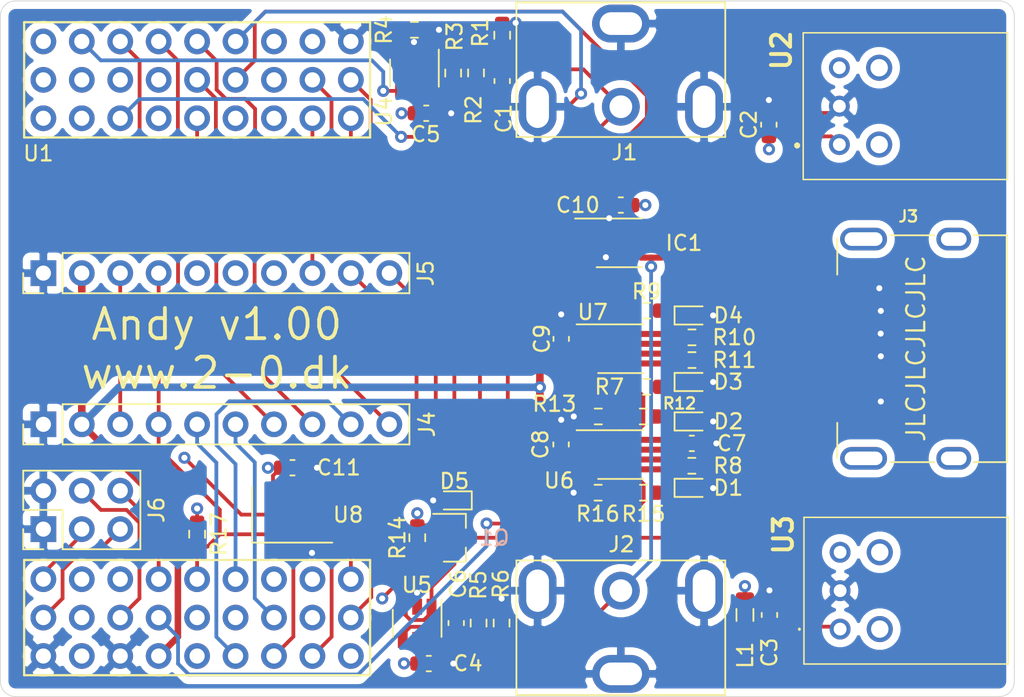
<source format=kicad_pcb>
(kicad_pcb (version 20171130) (host pcbnew 5.1.9-73d0e3b20d~88~ubuntu20.04.1)
  (title_block (title Andy) (date 2021-06-05) (rev v1.00) (company www.2-0.dk))
  (layers (0 F.Cu signal) (1 In1.Cu signal) (2 In2.Cu signal) (31 B.Cu signal) (34 B.Paste user) (35 F.Paste user) (36 B.SilkS user) (37 F.SilkS user) (38 B.Mask user) (39 F.Mask user) (44 Edge.Cuts user))
  (net 0 "")
  (net 1 GND)
  (net 2 "Net-(C1-Pad2)")
  (net 3 +3V3)
  (net 4 "Net-(C3-Pad2)")
  (net 5 "Net-(C6-Pad2)")
  (net 6 "Net-(C6-Pad1)")
  (net 7 "Net-(R2-Pad2)")
  (net 8 "Net-(R3-Pad2)")
  (net 9 hdmi_5v)
  (net 10 +5V)
  (net 11 hdmi_hpd)
  (net 12 hdmi_scl)
  (net 13 hdmi_sda)
  (net 14 hdmi_cec)
  (net 15 "Net-(R8-Pad1)")
  (net 16 "Net-(R10-Pad1)")
  (net 17 "Net-(R11-Pad1)")
  (net 18 hdmi_5v_in)
  (net 19 hdmi_hpd_in)
  (net 20 hdmi_5v_en)
  (net 21 hdmi_hpd_en)
  (net 22 spdif_rx)
  (net 23 hdmi_utility)
  (net 24 hdmi_tx_en)
  (net 25 spdif_tx)
  (net 26 hdmi_rx_en)
  (net 27 i2s_clk)
  (net 28 i2s1_mck)
  (net 29 i2s1_ck)
  (net 30 i2s1_ws)
  (net 31 i2s1_sd)
  (net 32 spdifrx_in3)
  (net 33 spdifrx_in0)
  (net 34 cec_pb6)
  (net 35 sai1_mclk_b)
  (net 36 sai1_sck_b)
  (net 37 sai1_fs_b)
  (net 38 sai1_sd_b)
  (net 39 sai1_sd_a_pc1)
  (net 40 sai1_sd_a_pb2)
  (net 41 spdifrx_in1)
  (net 42 i2c3_scl)
  (net 43 i2c3_sda)
  (net 44 i2c2_sda)
  (net 45 i2c2_scl)
  (net 46 swdio)
  (net 47 swclk)
  (net 48 cec_pa15)
  (net 49 pc14)
  (net 50 pc15)
  (net 51 uart5_rx)
  (net 52 uart5_tx)
  (module andy:proto-header (layer F.Cu) (at 150 100 90)
    (fp_text reference U1 (at 12.91 -10.49) (layer F.SilkS))
    (fp_text value proto-area)
    (pad 54 thru_hole circle (at 20.32 10.16 90) (size 1.7 1.7) (drill 1) (layers *.Cu *.Mask) (net 1 GND))
    (pad 53 thru_hole circle (at 20.32 7.62 90) (size 1.7 1.7) (drill 1) (layers *.Cu *.Mask) (net 3 +3V3))
    (pad 52 thru_hole circle (at 20.32 5.08 90) (size 1.7 1.7) (drill 1) (layers *.Cu *.Mask))
    (pad 51 thru_hole circle (at 20.32 2.54 90) (size 1.7 1.7) (drill 1) (layers *.Cu *.Mask) (net 24 hdmi_tx_en))
    (pad 50 thru_hole circle (at 20.32 0 90) (size 1.7 1.7) (drill 1) (layers *.Cu *.Mask) (net 39 sai1_sd_a_pc1))
    (pad 49 thru_hole circle (at 20.32 -2.54 90) (size 1.7 1.7) (drill 1) (layers *.Cu *.Mask) (net 35 sai1_mclk_b))
    (pad 48 thru_hole circle (at 20.32 -5.08 90) (size 1.7 1.7) (drill 1) (layers *.Cu *.Mask) (net 36 sai1_sck_b))
    (pad 47 thru_hole circle (at 20.32 -7.62 90) (size 1.7 1.7) (drill 1) (layers *.Cu *.Mask) (net 41 spdifrx_in1))
    (pad 46 thru_hole circle (at 20.32 -10.16 90) (size 1.7 1.7) (drill 1) (layers *.Cu *.Mask))
    (pad 45 thru_hole circle (at 17.78 10.16 90) (size 1.7 1.7) (drill 1) (layers *.Cu *.Mask) (net 18 hdmi_5v_in))
    (pad 44 thru_hole circle (at 17.78 7.62 90) (size 1.7 1.7) (drill 1) (layers *.Cu *.Mask) (net 21 hdmi_hpd_en))
    (pad 43 thru_hole circle (at 17.78 5.08 90) (size 1.7 1.7) (drill 1) (layers *.Cu *.Mask) (net 30 i2s1_ws))
    (pad 42 thru_hole circle (at 17.78 2.54 90) (size 1.7 1.7) (drill 1) (layers *.Cu *.Mask) (net 26 hdmi_rx_en))
    (pad 41 thru_hole circle (at 17.78 0 90) (size 1.7 1.7) (drill 1) (layers *.Cu *.Mask) (net 28 i2s1_mck))
    (pad 40 thru_hole circle (at 17.78 -2.54 90) (size 1.7 1.7) (drill 1) (layers *.Cu *.Mask))
    (pad 39 thru_hole circle (at 17.78 -5.08 90) (size 1.7 1.7) (drill 1) (layers *.Cu *.Mask) (net 40 sai1_sd_a_pb2))
    (pad 38 thru_hole circle (at 17.78 -7.62 90) (size 1.7 1.7) (drill 1) (layers *.Cu *.Mask))
    (pad 37 thru_hole circle (at 17.78 -10.16 90) (size 1.7 1.7) (drill 1) (layers *.Cu *.Mask))
    (pad 36 thru_hole circle (at 15.24 10.16 90) (size 1.7 1.7) (drill 1) (layers *.Cu *.Mask) (net 20 hdmi_5v_en))
    (pad 35 thru_hole circle (at 15.24 7.62 90) (size 1.7 1.7) (drill 1) (layers *.Cu *.Mask) (net 19 hdmi_hpd_in))
    (pad 34 thru_hole circle (at 15.24 5.08 90) (size 1.7 1.7) (drill 1) (layers *.Cu *.Mask) (net 29 i2s1_ck))
    (pad 33 thru_hole circle (at 15.24 2.54 90) (size 1.7 1.7) (drill 1) (layers *.Cu *.Mask) (net 31 i2s1_sd))
    (pad 32 thru_hole circle (at 15.24 0 90) (size 1.7 1.7) (drill 1) (layers *.Cu *.Mask) (net 32 spdifrx_in3))
    (pad 31 thru_hole circle (at 15.24 -2.54 90) (size 1.7 1.7) (drill 1) (layers *.Cu *.Mask))
    (pad 30 thru_hole circle (at 15.24 -5.08 90) (size 1.7 1.7) (drill 1) (layers *.Cu *.Mask) (net 45 i2c2_scl))
    (pad 29 thru_hole circle (at 15.24 -7.62 90) (size 1.7 1.7) (drill 1) (layers *.Cu *.Mask))
    (pad 28 thru_hole circle (at 15.24 -10.16 90) (size 1.7 1.7) (drill 1) (layers *.Cu *.Mask))
    (pad 27 thru_hole circle (at -15.24 10.16 90) (size 1.7 1.7) (drill 1) (layers *.Cu *.Mask) (net 49 pc14))
    (pad 26 thru_hole circle (at -15.24 7.62 90) (size 1.7 1.7) (drill 1) (layers *.Cu *.Mask))
    (pad 25 thru_hole circle (at -15.24 5.08 90) (size 1.7 1.7) (drill 1) (layers *.Cu *.Mask))
    (pad 24 thru_hole circle (at -15.24 2.54 90) (size 1.7 1.7) (drill 1) (layers *.Cu *.Mask) (net 34 cec_pb6))
    (pad 23 thru_hole circle (at -15.24 0 90) (size 1.7 1.7) (drill 1) (layers *.Cu *.Mask) (net 43 i2c3_sda))
    (pad 22 thru_hole circle (at -15.24 -2.54 90) (size 1.7 1.7) (drill 1) (layers *.Cu *.Mask) (net 51 uart5_rx))
    (pad 21 thru_hole circle (at -15.24 -5.08 90) (size 1.7 1.7) (drill 1) (layers *.Cu *.Mask))
    (pad 20 thru_hole circle (at -15.24 -7.62 90) (size 1.7 1.7) (drill 1) (layers *.Cu *.Mask) (net 48 cec_pa15))
    (pad 19 thru_hole circle (at -15.24 -10.16 90) (size 1.7 1.7) (drill 1) (layers *.Cu *.Mask) (net 46 swdio))
    (pad 18 thru_hole circle (at -17.78 10.16 90) (size 1.7 1.7) (drill 1) (layers *.Cu *.Mask) (net 50 pc15))
    (pad 17 thru_hole circle (at -17.78 7.62 90) (size 1.7 1.7) (drill 1) (layers *.Cu *.Mask))
    (pad 16 thru_hole circle (at -17.78 5.08 90) (size 1.7 1.7) (drill 1) (layers *.Cu *.Mask) (net 37 sai1_fs_b))
    (pad 15 thru_hole circle (at -17.78 2.54 90) (size 1.7 1.7) (drill 1) (layers *.Cu *.Mask) (net 33 spdifrx_in0))
    (pad 14 thru_hole circle (at -17.78 0 90) (size 1.7 1.7) (drill 1) (layers *.Cu *.Mask))
    (pad 13 thru_hole circle (at -17.78 -2.54 90) (size 1.7 1.7) (drill 1) (layers *.Cu *.Mask) (net 44 i2c2_sda))
    (pad 12 thru_hole circle (at -17.78 -5.08 90) (size 1.7 1.7) (drill 1) (layers *.Cu *.Mask) (net 52 uart5_tx))
    (pad 11 thru_hole circle (at -17.78 -7.62 90) (size 1.7 1.7) (drill 1) (layers *.Cu *.Mask))
    (pad 10 thru_hole circle (at -17.78 -10.16 90) (size 1.7 1.7) (drill 1) (layers *.Cu *.Mask) (net 47 swclk))
    (pad 9 thru_hole circle (at -20.32 10.16 90) (size 1.7 1.7) (drill 1) (layers *.Cu *.Mask))
    (pad 8 thru_hole circle (at -20.32 7.62 90) (size 1.7 1.7) (drill 1) (layers *.Cu *.Mask) (net 27 i2s_clk))
    (pad 7 thru_hole circle (at -20.32 5.08 90) (size 1.7 1.7) (drill 1) (layers *.Cu *.Mask) (net 42 i2c3_scl))
    (pad 6 thru_hole circle (at -20.32 2.54 90) (size 1.7 1.7) (drill 1) (layers *.Cu *.Mask) (net 38 sai1_sd_b))
    (pad 5 thru_hole circle (at -20.32 0 90) (size 1.7 1.7) (drill 1) (layers *.Cu *.Mask))
    (pad 4 thru_hole circle (at -20.32 -2.54 90) (size 1.7 1.7) (drill 1) (layers *.Cu *.Mask) (net 10 +5V))
    (pad 3 thru_hole circle (at -20.32 -5.08 90) (size 1.7 1.7) (drill 1) (layers *.Cu *.Mask) (net 1 GND))
    (pad 2 thru_hole circle (at -20.32 -7.62 90) (size 1.7 1.7) (drill 1) (layers *.Cu *.Mask) (net 3 +3V3))
    (pad 1 thru_hole circle (at -20.32 -10.16 90) (size 1.7 1.7) (drill 1) (layers *.Cu *.Mask) (net 1 GND))
  )
  (module andy:PLT133T10W (layer F.Cu) (at 196.55 83.96 270)
    (fp_text reference U2 (at -3.69 7.94 90) (layer F.SilkS) (effects (font (size 1.27 1.27) (thickness 0.254))))
    (fp_text value PLR133-T10W hide)
    (pad 1 thru_hole circle (at 2.54 4.11 270) (size 1.38125 1.38125) (drill 0.85) (layers *.Cu *.Mask) (net 3 +3V3))
    (pad 2 thru_hole circle (at 0 4.11 270) (size 1.38125 1.38125) (drill 0.85) (layers *.Cu *.Mask) (net 1 GND))
    (pad 3 thru_hole circle (at -2.54 4.11 270) (size 1.38125 1.38125) (drill 0.85) (layers *.Cu *.Mask) (net 40 sai1_sd_a_pb2))
    (pad 4 thru_hole circle (at 2.54 1.48 270) (size 1.725 1.725) (drill 1.15) (layers *.Cu *.Mask))
    (pad 5 thru_hole circle (at -2.54 1.48 270) (size 1.725 1.725) (drill 1.15) (layers *.Cu *.Mask))
  )
  (module andy:PLR135T10 (layer F.Cu) (at 192.49 118.54 270)
    (fp_text reference U3 (at -6.24 3.76 90) (layer F.SilkS) (effects (font (size 1.27 1.27) (thickness 0.254))))
    (fp_text value PLR135-T10 hide)
    (pad 1 thru_hole circle (at 0 0 270) (size 1.381 1.381) (drill 0.85) (layers *.Cu *.Mask) (net 4 "Net-(C3-Pad2)"))
    (pad 2 thru_hole circle (at -2.54 0 270) (size 1.381 1.381) (drill 0.85) (layers *.Cu *.Mask) (net 1 GND))
    (pad 3 thru_hole circle (at -5.08 0 270) (size 1.381 1.381) (drill 0.85) (layers *.Cu *.Mask) (net 33 spdifrx_in0))
    (pad 4 thru_hole circle (at 0 -2.62 270) (size 1.725 1.725) (drill 1.15) (layers *.Cu *.Mask))
    (pad 5 thru_hole circle (at -5.08 -2.62 270) (size 1.725 1.725) (drill 1.15) (layers *.Cu *.Mask))
  )
  (module andy:Audio-RCA (layer F.Cu) (at 178 84)
    (fp_text reference J1 (at 0.24 3.02) (layer F.SilkS))
    (fp_text value "RCA S/PDIF Input")
    (pad 1 thru_hole circle (at 0 0) (size 2.5 2.5) (drill 1.5) (layers *.Cu *.Mask) (net 22 spdif_rx))
    (pad 2 thru_hole oval (at -5.5 0) (size 2.5 3.8) (drill oval 1.5 2.8) (layers *.Cu *.Mask) (net 1 GND))
    (pad 2 thru_hole oval (at 5.5 0) (size 2.5 3.8) (drill oval 1.5 2.8) (layers *.Cu *.Mask) (net 1 GND))
    (pad 2 thru_hole oval (at 0 -5.5) (size 3.8 2.5) (drill oval 2.8 1.5) (layers *.Cu *.Mask) (net 1 GND))
  )
  (module andy:Audio-RCA (layer F.Cu) (at 178 116 180)
    (fp_text reference J2 (at -0.04 3.06) (layer F.SilkS))
    (fp_text value "RCA S/PDIF Output")
    (pad 2 thru_hole oval (at 0 -5.5 180) (size 3.8 2.5) (drill oval 2.8 1.5) (layers *.Cu *.Mask) (net 1 GND))
    (pad 2 thru_hole oval (at 5.5 0 180) (size 2.5 3.8) (drill oval 1.5 2.8) (layers *.Cu *.Mask) (net 1 GND))
    (pad 2 thru_hole oval (at -5.5 0 180) (size 2.5 3.8) (drill oval 1.5 2.8) (layers *.Cu *.Mask) (net 1 GND))
    (pad 1 thru_hole circle (at 0 0 180) (size 2.5 2.5) (drill 1.5) (layers *.Cu *.Mask) (net 25 spdif_tx))
  )
  (module Capacitor_SMD:C_0603_1608Metric (layer F.Cu) (at 170.16 82.3 270)
    (fp_text reference C1 (at 2.48 -0.1 90) (layer F.SilkS))
    (fp_text value 10n)
    (pad 2 smd roundrect (at 0.775 0 270) (size 0.9 0.95) (layers F.Cu F.Paste F.Mask) (net 2 "Net-(C1-Pad2)"))
    (pad 1 smd roundrect (at -0.775 0 270) (size 0.9 0.95) (layers F.Cu F.Paste F.Mask) (net 22 spdif_rx))
  )
  (module Capacitor_SMD:C_0603_1608Metric (layer F.Cu) (at 187.78 85.185 270)
    (fp_text reference C2 (at -0.005 1.32 90) (layer F.SilkS))
    (fp_text value 100n)
    (pad 2 smd roundrect (at 0.775 0 270) (size 0.9 0.95) (layers F.Cu F.Paste F.Mask) (net 3 +3V3))
    (pad 1 smd roundrect (at -0.775 0 270) (size 0.9 0.95) (layers F.Cu F.Paste F.Mask) (net 1 GND))
  )
  (module Capacitor_SMD:C_0603_1608Metric (layer F.Cu) (at 187.82 117.605 270)
    (fp_text reference C3 (at 2.485 0 90) (layer F.SilkS))
    (fp_text value 100n)
    (pad 1 smd roundrect (at -0.775 0 270) (size 0.9 0.95) (layers F.Cu F.Paste F.Mask) (net 1 GND))
    (pad 2 smd roundrect (at 0.775 0 270) (size 0.9 0.95) (layers F.Cu F.Paste F.Mask) (net 4 "Net-(C3-Pad2)"))
  )
  (module Capacitor_SMD:C_0603_1608Metric (layer F.Cu) (at 165.31 120.82 180)
    (fp_text reference C4 (at -2.58 0.01) (layer F.SilkS))
    (fp_text value 100n)
    (pad 1 smd roundrect (at -0.775 0 180) (size 0.9 0.95) (layers F.Cu F.Paste F.Mask) (net 1 GND))
    (pad 2 smd roundrect (at 0.775 0 180) (size 0.9 0.95) (layers F.Cu F.Paste F.Mask) (net 3 +3V3))
  )
  (module Capacitor_SMD:C_0603_1608Metric (layer F.Cu) (at 165.14 84.43 180)
    (fp_text reference C5 (at 0.03 -1.39) (layer F.SilkS))
    (fp_text value 100n)
    (pad 1 smd roundrect (at -0.775 0 180) (size 0.9 0.95) (layers F.Cu F.Paste F.Mask) (net 1 GND))
    (pad 2 smd roundrect (at 0.775 0 180) (size 0.9 0.95) (layers F.Cu F.Paste F.Mask) (net 3 +3V3))
  )
  (module Capacitor_SMD:C_0603_1608Metric (layer F.Cu) (at 167.12 118.14 270)
    (fp_text reference C6 (at -2.59 -0.13 90) (layer F.SilkS))
    (fp_text value 150n)
    (pad 2 smd roundrect (at 0.775 0 270) (size 0.9 0.95) (layers F.Cu F.Paste F.Mask) (net 5 "Net-(C6-Pad2)"))
    (pad 1 smd roundrect (at -0.775 0 270) (size 0.9 0.95) (layers F.Cu F.Paste F.Mask) (net 6 "Net-(C6-Pad1)"))
  )
  (module Inductor_SMD:L_0805_2012Metric (layer F.Cu) (at 186.2 117.605 90)
    (fp_text reference L1 (at -2.665 0.02 90) (layer F.SilkS))
    (fp_text value 47u)
    (pad 1 smd roundrect (at -1.0625 0 90) (size 0.875 1.2) (layers F.Cu F.Paste F.Mask) (net 4 "Net-(C3-Pad2)"))
    (pad 2 smd roundrect (at 1.0625 0 90) (size 0.875 1.2) (layers F.Cu F.Paste F.Mask) (net 3 +3V3))
  )
  (module Resistor_SMD:R_0603_1608Metric (layer F.Cu) (at 170.16 79.27 90)
    (fp_text reference R1 (at 0.17 -1.45 90) (layer F.SilkS))
    (fp_text value 75)
    (pad 1 smd roundrect (at -0.825 0 90) (size 0.8 0.95) (layers F.Cu F.Paste F.Mask) (net 22 spdif_rx))
    (pad 2 smd roundrect (at 0.825 0 90) (size 0.8 0.95) (layers F.Cu F.Paste F.Mask) (net 1 GND))
  )
  (module Resistor_SMD:R_0603_1608Metric (layer F.Cu) (at 168.43 81.76 90)
    (fp_text reference R2 (at -2.45 -0.16 90) (layer F.SilkS))
    (fp_text value 100)
    (pad 1 smd roundrect (at -0.825 0 90) (size 0.8 0.95) (layers F.Cu F.Paste F.Mask) (net 2 "Net-(C1-Pad2)"))
    (pad 2 smd roundrect (at 0.825 0 90) (size 0.8 0.95) (layers F.Cu F.Paste F.Mask) (net 7 "Net-(R2-Pad2)"))
  )
  (module Resistor_SMD:R_0603_1608Metric (layer F.Cu) (at 166.92 81.77 270)
    (fp_text reference R3 (at -2.41 -0.1 90) (layer F.SilkS))
    (fp_text value 10k)
    (pad 2 smd roundrect (at 0.825 0 270) (size 0.8 0.95) (layers F.Cu F.Paste F.Mask) (net 8 "Net-(R3-Pad2)"))
    (pad 1 smd roundrect (at -0.825 0 270) (size 0.8 0.95) (layers F.Cu F.Paste F.Mask) (net 7 "Net-(R2-Pad2)"))
  )
  (module Resistor_SMD:R_0603_1608Metric (layer F.Cu) (at 164.36 78.91)
    (fp_text reference R4 (at -2.01 0 90) (layer F.SilkS))
    (fp_text value 10k)
    (pad 2 smd roundrect (at 0.825 0) (size 0.8 0.95) (layers F.Cu F.Paste F.Mask) (net 1 GND))
    (pad 1 smd roundrect (at -0.825 0) (size 0.8 0.95) (layers F.Cu F.Paste F.Mask) (net 8 "Net-(R3-Pad2)"))
  )
  (module Resistor_SMD:R_0603_1608Metric (layer F.Cu) (at 168.6 118.14 90)
    (fp_text reference R5 (at 2.51 -0.01 90) (layer F.SilkS))
    (fp_text value 374)
    (pad 2 smd roundrect (at 0.825 0 90) (size 0.8 0.95) (layers F.Cu F.Paste F.Mask) (net 6 "Net-(C6-Pad1)"))
    (pad 1 smd roundrect (at -0.825 0 90) (size 0.8 0.95) (layers F.Cu F.Paste F.Mask) (net 25 spdif_tx))
  )
  (module Resistor_SMD:R_0603_1608Metric (layer F.Cu) (at 170.12 118.14 90)
    (fp_text reference R6 (at 2.59 -0.05 90) (layer F.SilkS))
    (fp_text value 93)
    (pad 1 smd roundrect (at -0.825 0 90) (size 0.8 0.95) (layers F.Cu F.Paste F.Mask) (net 25 spdif_tx))
    (pad 2 smd roundrect (at 0.825 0 90) (size 0.8 0.95) (layers F.Cu F.Paste F.Mask) (net 1 GND))
  )
  (module Package_TO_SOT_SMD:SOT-23-6 (layer F.Cu) (at 164.36 81.77 270)
    (fp_text reference U4 (at 2.55 2 270) (layer F.SilkS))
    (fp_text value SN74LVC2GU04)
    (pad 1 smd rect (at -1.1 -0.95 270) (size 1.06 0.65) (layers F.Cu F.Paste F.Mask) (net 7 "Net-(R2-Pad2)"))
    (pad 2 smd rect (at -1.1 0 270) (size 1.06 0.65) (layers F.Cu F.Paste F.Mask) (net 1 GND))
    (pad 3 smd rect (at -1.1 0.95 270) (size 1.06 0.65) (layers F.Cu F.Paste F.Mask) (net 8 "Net-(R3-Pad2)"))
    (pad 4 smd rect (at 1.1 0.95 270) (size 1.06 0.65) (layers F.Cu F.Paste F.Mask) (net 41 spdifrx_in1))
    (pad 6 smd rect (at 1.1 -0.95 270) (size 1.06 0.65) (layers F.Cu F.Paste F.Mask) (net 8 "Net-(R3-Pad2)"))
    (pad 5 smd rect (at 1.1 0 270) (size 1.06 0.65) (layers F.Cu F.Paste F.Mask) (net 3 +3V3))
  )
  (module Package_TO_SOT_SMD:SOT-23-6 (layer F.Cu) (at 164.54 118.16 270)
    (fp_text reference U5 (at -2.54 0.02 180) (layer F.SilkS))
    (fp_text value SN74LVC2GU04)
    (pad 5 smd rect (at 1.1 0 270) (size 1.06 0.65) (layers F.Cu F.Paste F.Mask) (net 3 +3V3))
    (pad 6 smd rect (at 1.1 -0.95 270) (size 1.06 0.65) (layers F.Cu F.Paste F.Mask) (net 5 "Net-(C6-Pad2)"))
    (pad 4 smd rect (at 1.1 0.95 270) (size 1.06 0.65) (layers F.Cu F.Paste F.Mask) (net 5 "Net-(C6-Pad2)"))
    (pad 3 smd rect (at -1.1 0.95 270) (size 1.06 0.65) (layers F.Cu F.Paste F.Mask) (net 39 sai1_sd_a_pc1))
    (pad 2 smd rect (at -1.1 0 270) (size 1.06 0.65) (layers F.Cu F.Paste F.Mask) (net 1 GND))
    (pad 1 smd rect (at -1.1 -0.95 270) (size 1.06 0.65) (layers F.Cu F.Paste F.Mask) (net 39 sai1_sd_a_pc1))
  )
  (module andy:HDMI_A_19P (layer F.Cu) (at 200 100 90)
    (fp_text reference J3 (at 8.75 -3 180) (layer F.SilkS) (effects (font (size 0.75 0.75))))
    (fp_text value HDMI_A_1.4)
    (pad 1 smd rect (at 4.5 -6.72 90) (size 0.28 2.6) (layers F.Cu F.Paste F.Mask))
    (pad 2 smd rect (at 4 -6.72 90) (size 0.28 2.6) (layers F.Cu F.Paste F.Mask) (net 1 GND))
    (pad 3 smd rect (at 3.5 -6.72 90) (size 0.28 2.6) (layers F.Cu F.Paste F.Mask))
    (pad 4 smd rect (at 3 -6.72 90) (size 0.28 2.6) (layers F.Cu F.Paste F.Mask))
    (pad 5 smd rect (at 2.5 -6.72 90) (size 0.28 2.6) (layers F.Cu F.Paste F.Mask) (net 1 GND))
    (pad 6 smd rect (at 2 -6.72 90) (size 0.28 2.6) (layers F.Cu F.Paste F.Mask))
    (pad 7 smd rect (at 1.5 -6.72 90) (size 0.28 2.6) (layers F.Cu F.Paste F.Mask))
    (pad 8 smd rect (at 1 -6.72 90) (size 0.28 2.6) (layers F.Cu F.Paste F.Mask) (net 1 GND))
    (pad 9 smd rect (at 0.5 -6.72 90) (size 0.28 2.6) (layers F.Cu F.Paste F.Mask))
    (pad 10 smd rect (at 0 -6.72 90) (size 0.28 2.6) (layers F.Cu F.Paste F.Mask))
    (pad 11 smd rect (at -0.5 -6.72 90) (size 0.28 2.6) (layers F.Cu F.Paste F.Mask) (net 1 GND))
    (pad 12 smd rect (at -1 -6.72 90) (size 0.28 2.6) (layers F.Cu F.Paste F.Mask))
    (pad 13 smd rect (at -1.5 -6.72 90) (size 0.28 2.6) (layers F.Cu F.Paste F.Mask) (net 14 hdmi_cec))
    (pad 14 smd rect (at -2 -6.72 90) (size 0.28 2.6) (layers F.Cu F.Paste F.Mask) (net 23 hdmi_utility))
    (pad 15 smd rect (at -2.5 -6.72 90) (size 0.28 2.6) (layers F.Cu F.Paste F.Mask) (net 12 hdmi_scl))
    (pad 16 smd rect (at -3 -6.72 90) (size 0.28 2.6) (layers F.Cu F.Paste F.Mask) (net 13 hdmi_sda))
    (pad 17 smd rect (at -3.5 -6.72 90) (size 0.28 2.6) (layers F.Cu F.Paste F.Mask) (net 1 GND))
    (pad 18 smd rect (at -4 -6.72 90) (size 0.28 2.6) (layers F.Cu F.Paste F.Mask) (net 9 hdmi_5v))
    (pad 19 smd rect (at -4.5 -6.72 90) (size 0.28 2.6) (layers F.Cu F.Paste F.Mask) (net 11 hdmi_hpd))
    (pad S2 thru_hole oval (at -7.25 -5.96 90) (size 1.5 3.1) (drill oval 0.9 2.5) (layers *.Cu *.Mask))
    (pad S1 thru_hole oval (at 7.25 -5.96 90) (size 1.5 3.1) (drill oval 0.9 2.5) (layers *.Cu *.Mask))
    (pad S3 thru_hole oval (at -7.25 0 90) (size 1.5 2.3) (drill oval 0.9 1.7) (layers *.Cu *.Mask))
    (pad S4 thru_hole oval (at 7.25 0 90) (size 1.5 2.3) (drill oval 0.9 1.7) (layers *.Cu *.Mask))
  )
  (module Capacitor_SMD:C_0603_1608Metric (layer F.Cu) (at 182.69 106.26)
    (fp_text reference C7 (at 2.63 0) (layer F.SilkS))
    (fp_text value 100n)
    (pad 1 smd roundrect (at -0.775 0) (size 0.9 0.95) (layers F.Cu F.Paste F.Mask) (net 9 hdmi_5v))
    (pad 2 smd roundrect (at 0.775 0) (size 0.9 0.95) (layers F.Cu F.Paste F.Mask) (net 1 GND))
  )
  (module Capacitor_SMD:C_0603_1608Metric (layer F.Cu) (at 174.05 106.33 270)
    (fp_text reference C8 (at 0 1.36 90) (layer F.SilkS))
    (fp_text value 100n)
    (pad 1 smd roundrect (at -0.775 0 270) (size 0.9 0.95) (layers F.Cu F.Paste F.Mask) (net 1 GND))
    (pad 2 smd roundrect (at 0.775 0 270) (size 0.9 0.95) (layers F.Cu F.Paste F.Mask) (net 10 +5V))
  )
  (module Capacitor_SMD:C_0603_1608Metric (layer F.Cu) (at 174.06 99.35 270)
    (fp_text reference C9 (at 0 1.27 90) (layer F.SilkS))
    (fp_text value 100n)
    (pad 2 smd roundrect (at 0.775 0 270) (size 0.9 0.95) (layers F.Cu F.Paste F.Mask) (net 10 +5V))
    (pad 1 smd roundrect (at -0.775 0 270) (size 0.9 0.95) (layers F.Cu F.Paste F.Mask) (net 1 GND))
  )
  (module Diode_SMD:D_SOD-523 (layer F.Cu) (at 182.7 109.2)
    (fp_text reference D1 (at 2.4 0) (layer F.SilkS))
    (fp_text value ESD5Z5.0)
    (pad 2 smd rect (at 0.7 0 180) (size 0.6 0.7) (layers F.Cu F.Paste F.Mask) (net 1 GND))
    (pad 1 smd rect (at -0.7 0 180) (size 0.6 0.7) (layers F.Cu F.Paste F.Mask) (net 11 hdmi_hpd))
  )
  (module Diode_SMD:D_SOD-523 (layer F.Cu) (at 182.7 104.81)
    (fp_text reference D2 (at 2.41 0) (layer F.SilkS))
    (fp_text value ESD5Z5.0)
    (pad 2 smd rect (at 0.7 0 180) (size 0.6 0.7) (layers F.Cu F.Paste F.Mask) (net 1 GND))
    (pad 1 smd rect (at -0.7 0 180) (size 0.6 0.7) (layers F.Cu F.Paste F.Mask) (net 9 hdmi_5v))
  )
  (module Diode_SMD:D_SOD-523 (layer F.Cu) (at 182.7 102.2)
    (fp_text reference D3 (at 2.4 -0.01) (layer F.SilkS))
    (fp_text value ESD5Z3.3)
    (pad 1 smd rect (at -0.7 0 180) (size 0.6 0.7) (layers F.Cu F.Paste F.Mask) (net 13 hdmi_sda))
    (pad 2 smd rect (at 0.7 0 180) (size 0.6 0.7) (layers F.Cu F.Paste F.Mask) (net 1 GND))
  )
  (module Diode_SMD:D_SOD-523 (layer F.Cu) (at 182.7 97.8)
    (fp_text reference D4 (at 2.4 0) (layer F.SilkS))
    (fp_text value ESD5Z3.3)
    (pad 2 smd rect (at 0.7 0 180) (size 0.6 0.7) (layers F.Cu F.Paste F.Mask) (net 1 GND))
    (pad 1 smd rect (at -0.7 0 180) (size 0.6 0.7) (layers F.Cu F.Paste F.Mask) (net 12 hdmi_scl))
  )
  (module Diode_SMD:D_SOD-523 (layer F.Cu) (at 167 110.03 180)
    (fp_text reference D5 (at 0 1.27) (layer F.SilkS))
    (fp_text value ESD5Z3.3)
    (pad 1 smd rect (at -0.7 0) (size 0.6 0.7) (layers F.Cu F.Paste F.Mask) (net 14 hdmi_cec))
    (pad 2 smd rect (at 0.7 0) (size 0.6 0.7) (layers F.Cu F.Paste F.Mask) (net 1 GND))
  )
  (module Package_TO_SOT_SMD:SOT-23 (layer F.Cu) (at 167 112.5)
    (fp_text reference Q1 (at 2.63 0) (layer B.SilkS) (effects (justify mirror)))
    (fp_text value AO3400A)
    (pad 1 smd rect (at -1 -0.95) (size 0.9 0.8) (layers F.Cu F.Paste F.Mask) (net 3 +3V3))
    (pad 2 smd rect (at -1 0.95) (size 0.9 0.8) (layers F.Cu F.Paste F.Mask) (net 48 cec_pa15))
    (pad 3 smd rect (at 1 0) (size 0.9 0.8) (layers F.Cu F.Paste F.Mask) (net 14 hdmi_cec))
  )
  (module Resistor_SMD:R_0603_1608Metric (layer F.Cu) (at 179.7 102.52)
    (fp_text reference R7 (at -2.46 0) (layer F.SilkS))
    (fp_text value R)
    (pad 1 smd roundrect (at -0.825 0) (size 0.8 0.95) (layers F.Cu F.Paste F.Mask) (net 44 i2c2_sda))
    (pad 2 smd roundrect (at 0.825 0) (size 0.8 0.95) (layers F.Cu F.Paste F.Mask) (net 13 hdmi_sda))
  )
  (module Resistor_SMD:R_0603_1608Metric (layer F.Cu) (at 182.69 107.74)
    (fp_text reference R8 (at 2.39 0) (layer F.SilkS))
    (fp_text value 1k)
    (pad 2 smd roundrect (at 0.825 0) (size 0.8 0.95) (layers F.Cu F.Paste F.Mask) (net 11 hdmi_hpd))
    (pad 1 smd roundrect (at -0.825 0) (size 0.8 0.95) (layers F.Cu F.Paste F.Mask) (net 15 "Net-(R8-Pad1)"))
  )
  (module Resistor_SMD:R_0603_1608Metric (layer F.Cu) (at 179.7 97.48)
    (fp_text reference R9 (at 0 -1.26) (layer F.SilkS))
    (fp_text value R)
    (pad 2 smd roundrect (at 0.825 0) (size 0.8 0.95) (layers F.Cu F.Paste F.Mask) (net 12 hdmi_scl))
    (pad 1 smd roundrect (at -0.825 0) (size 0.8 0.95) (layers F.Cu F.Paste F.Mask) (net 45 i2c2_scl))
  )
  (module Resistor_SMD:R_0603_1608Metric (layer F.Cu) (at 182.7 99.25)
    (fp_text reference R10 (at 2.8 0) (layer F.SilkS))
    (fp_text value 1k5)
    (pad 2 smd roundrect (at 0.825 0) (size 0.8 0.95) (layers F.Cu F.Paste F.Mask) (net 12 hdmi_scl))
    (pad 1 smd roundrect (at -0.825 0) (size 0.8 0.95) (layers F.Cu F.Paste F.Mask) (net 16 "Net-(R10-Pad1)"))
  )
  (module Resistor_SMD:R_0603_1608Metric (layer F.Cu) (at 182.7 100.75)
    (fp_text reference R11 (at 2.8 0) (layer F.SilkS))
    (fp_text value 1k5)
    (pad 1 smd roundrect (at -0.825 0) (size 0.8 0.95) (layers F.Cu F.Paste F.Mask) (net 17 "Net-(R11-Pad1)"))
    (pad 2 smd roundrect (at 0.825 0) (size 0.8 0.95) (layers F.Cu F.Paste F.Mask) (net 13 hdmi_sda))
  )
  (module Resistor_SMD:R_0603_1608Metric (layer F.Cu) (at 179.49 104.48 180)
    (fp_text reference R12 (at -2.39 0.86) (layer F.SilkS) (effects (font (size 0.75 0.75))))
    (fp_text value 40k)
    (pad 1 smd roundrect (at -0.825 0 180) (size 0.8 0.95) (layers F.Cu F.Paste F.Mask) (net 9 hdmi_5v))
    (pad 2 smd roundrect (at 0.825 0 180) (size 0.8 0.95) (layers F.Cu F.Paste F.Mask) (net 18 hdmi_5v_in))
  )
  (module Resistor_SMD:R_0603_1608Metric (layer F.Cu) (at 176.51 104.48 180)
    (fp_text reference R13 (at 2.9 0.83) (layer F.SilkS))
    (fp_text value 60k)
    (pad 2 smd roundrect (at 0.825 0 180) (size 0.8 0.95) (layers F.Cu F.Paste F.Mask) (net 1 GND))
    (pad 1 smd roundrect (at -0.825 0 180) (size 0.8 0.95) (layers F.Cu F.Paste F.Mask) (net 18 hdmi_5v_in))
  )
  (module Resistor_SMD:R_0603_1608Metric (layer F.Cu) (at 164.55 112.5 270)
    (fp_text reference R14 (at 0 1.31 90) (layer F.SilkS))
    (fp_text value 27k)
    (pad 1 smd roundrect (at -0.825 0 270) (size 0.8 0.95) (layers F.Cu F.Paste F.Mask) (net 3 +3V3))
    (pad 2 smd roundrect (at 0.825 0 270) (size 0.8 0.95) (layers F.Cu F.Paste F.Mask) (net 48 cec_pa15))
  )
  (module Resistor_SMD:R_0603_1608Metric (layer F.Cu) (at 179.5 109.52 180)
    (fp_text reference R15 (at 0 -1.41) (layer F.SilkS))
    (fp_text value 40k)
    (pad 1 smd roundrect (at -0.825 0 180) (size 0.8 0.95) (layers F.Cu F.Paste F.Mask) (net 11 hdmi_hpd))
    (pad 2 smd roundrect (at 0.825 0 180) (size 0.8 0.95) (layers F.Cu F.Paste F.Mask) (net 19 hdmi_hpd_in))
  )
  (module Resistor_SMD:R_0603_1608Metric (layer F.Cu) (at 176.5 109.52 180)
    (fp_text reference R16 (at 0.02 -1.4) (layer F.SilkS))
    (fp_text value 60k)
    (pad 2 smd roundrect (at 0.825 0 180) (size 0.8 0.95) (layers F.Cu F.Paste F.Mask) (net 1 GND))
    (pad 1 smd roundrect (at -0.825 0 180) (size 0.8 0.95) (layers F.Cu F.Paste F.Mask) (net 19 hdmi_hpd_in))
  )
  (module Package_SO:MSOP-8_3x3mm_P0.65mm (layer F.Cu) (at 178 107)
    (fp_text reference U6 (at -4.08 1.72) (layer F.SilkS))
    (fp_text value AP2152)
    (pad 8 smd roundrect (at 2.1125 -0.975) (size 1.625 0.4) (layers F.Cu F.Paste F.Mask))
    (pad 7 smd roundrect (at 2.1125 -0.325) (size 1.625 0.4) (layers F.Cu F.Paste F.Mask) (net 9 hdmi_5v))
    (pad 6 smd roundrect (at 2.1125 0.325) (size 1.625 0.4) (layers F.Cu F.Paste F.Mask) (net 15 "Net-(R8-Pad1)"))
    (pad 5 smd roundrect (at 2.1125 0.975) (size 1.625 0.4) (layers F.Cu F.Paste F.Mask))
    (pad 4 smd roundrect (at -2.1125 0.975) (size 1.625 0.4) (layers F.Cu F.Paste F.Mask) (net 21 hdmi_hpd_en))
    (pad 3 smd roundrect (at -2.1125 0.325) (size 1.625 0.4) (layers F.Cu F.Paste F.Mask) (net 20 hdmi_5v_en))
    (pad 2 smd roundrect (at -2.1125 -0.325) (size 1.625 0.4) (layers F.Cu F.Paste F.Mask) (net 10 +5V))
    (pad 1 smd roundrect (at -2.1125 -0.975) (size 1.625 0.4) (layers F.Cu F.Paste F.Mask) (net 1 GND))
  )
  (module Package_SO:MSOP-8_3x3mm_P0.65mm (layer F.Cu) (at 178 100)
    (fp_text reference U7 (at -1.86 -2.42) (layer F.SilkS))
    (fp_text value AP2152)
    (pad 1 smd roundrect (at -2.1125 -0.975) (size 1.625 0.4) (layers F.Cu F.Paste F.Mask) (net 1 GND))
    (pad 2 smd roundrect (at -2.1125 -0.325) (size 1.625 0.4) (layers F.Cu F.Paste F.Mask) (net 10 +5V))
    (pad 3 smd roundrect (at -2.1125 0.325) (size 1.625 0.4) (layers F.Cu F.Paste F.Mask) (net 20 hdmi_5v_en))
    (pad 4 smd roundrect (at -2.1125 0.975) (size 1.625 0.4) (layers F.Cu F.Paste F.Mask) (net 20 hdmi_5v_en))
    (pad 5 smd roundrect (at 2.1125 0.975) (size 1.625 0.4) (layers F.Cu F.Paste F.Mask))
    (pad 6 smd roundrect (at 2.1125 0.325) (size 1.625 0.4) (layers F.Cu F.Paste F.Mask) (net 17 "Net-(R11-Pad1)"))
    (pad 7 smd roundrect (at 2.1125 -0.325) (size 1.625 0.4) (layers F.Cu F.Paste F.Mask) (net 16 "Net-(R10-Pad1)"))
    (pad 8 smd roundrect (at 2.1125 -0.975) (size 1.625 0.4) (layers F.Cu F.Paste F.Mask))
  )
  (module Package_SO:MSOP-8_3x3mm_P0.65mm (layer F.Cu) (at 177.9 93)
    (fp_text reference IC1 (at 4.27 0.01) (layer F.SilkS))
    (fp_text value TMUX1121DGKR)
    (pad 1 smd roundrect (at -2.1125 -0.975) (size 1.625 0.4) (layers F.Cu F.Paste F.Mask) (net 22 spdif_rx))
    (pad 2 smd roundrect (at -2.1125 -0.325) (size 1.625 0.4) (layers F.Cu F.Paste F.Mask) (net 23 hdmi_utility))
    (pad 3 smd roundrect (at -2.1125 0.325) (size 1.625 0.4) (layers F.Cu F.Paste F.Mask) (net 24 hdmi_tx_en))
    (pad 4 smd roundrect (at -2.1125 0.975) (size 1.625 0.4) (layers F.Cu F.Paste F.Mask) (net 1 GND))
    (pad 5 smd roundrect (at 2.1125 0.975) (size 1.625 0.4) (layers F.Cu F.Paste F.Mask) (net 25 spdif_tx))
    (pad 6 smd roundrect (at 2.1125 0.325) (size 1.625 0.4) (layers F.Cu F.Paste F.Mask) (net 23 hdmi_utility))
    (pad 7 smd roundrect (at 2.1125 -0.325) (size 1.625 0.4) (layers F.Cu F.Paste F.Mask) (net 26 hdmi_rx_en))
    (pad 8 smd roundrect (at 2.1125 -0.975) (size 1.625 0.4) (layers F.Cu F.Paste F.Mask) (net 3 +3V3))
  )
  (module Capacitor_SMD:C_0603_1608Metric (layer F.Cu) (at 178 90.5 180)
    (fp_text reference C10 (at 2.84 0) (layer F.SilkS))
    (fp_text value 100n)
    (pad 1 smd roundrect (at -0.775 0 180) (size 0.9 0.95) (layers F.Cu F.Paste F.Mask) (net 3 +3V3))
    (pad 2 smd roundrect (at 0.775 0 180) (size 0.9 0.95) (layers F.Cu F.Paste F.Mask) (net 1 GND))
  )
  (module Capacitor_SMD:C_0603_1608Metric (layer F.Cu) (at 156.3 107.87 180)
    (fp_text reference C11 (at -3.06 0.01) (layer F.SilkS))
    (fp_text value 100n)
    (pad 1 smd roundrect (at -0.775 0 180) (size 0.9 0.95) (layers F.Cu F.Paste F.Mask) (net 1 GND))
    (pad 2 smd roundrect (at 0.775 0 180) (size 0.9 0.95) (layers F.Cu F.Paste F.Mask) (net 3 +3V3))
  )
  (module andy:Crystal_SMD_5032-6Pin_5.0x3.2mm (layer F.Cu) (at 156.285001 110.97)
    (fp_text reference U8 (at 3.694999 0.01) (layer F.SilkS))
    (fp_text value SI514)
    (pad 1 smd rect (at -1.27 1.3) (size 0.8 1.7) (layers F.Cu F.Paste F.Mask) (net 43 i2c3_sda))
    (pad 2 smd rect (at 0 1.3) (size 0.8 1.7) (layers F.Cu F.Paste F.Mask) (net 42 i2c3_scl))
    (pad 3 smd rect (at 1.3 1.27) (size 0.8 1.7) (layers F.Cu F.Paste F.Mask) (net 1 GND))
    (pad 4 smd rect (at 1.27 -1.3) (size 0.8 1.7) (layers F.Cu F.Paste F.Mask) (net 27 i2s_clk))
    (pad 5 smd rect (at 0 -1.3) (size 0.8 1.7) (layers F.Cu F.Paste F.Mask))
    (pad 6 smd rect (at -1.27 -1.3) (size 0.8 1.7) (layers F.Cu F.Paste F.Mask) (net 3 +3V3))
  )
  (module Connector_PinHeader_2.54mm:PinHeader_1x10_P2.54mm_Vertical (layer F.Cu) (at 139.84 105 90)
    (fp_text reference J4 (at 0 25.35 90) (layer F.SilkS))
    (fp_text value Expansion0)
    (pad 10 thru_hole oval (at 0 22.86 90) (size 1.7 1.7) (drill 1) (layers *.Cu *.Mask) (net 32 spdifrx_in3))
    (pad 9 thru_hole oval (at 0 20.32 90) (size 1.7 1.7) (drill 1) (layers *.Cu *.Mask) (net 34 cec_pb6))
    (pad 8 thru_hole oval (at 0 17.78 90) (size 1.7 1.7) (drill 1) (layers *.Cu *.Mask) (net 35 sai1_mclk_b))
    (pad 7 thru_hole oval (at 0 15.24 90) (size 1.7 1.7) (drill 1) (layers *.Cu *.Mask) (net 36 sai1_sck_b))
    (pad 6 thru_hole oval (at 0 12.7 90) (size 1.7 1.7) (drill 1) (layers *.Cu *.Mask) (net 37 sai1_fs_b))
    (pad 5 thru_hole oval (at 0 10.16 90) (size 1.7 1.7) (drill 1) (layers *.Cu *.Mask) (net 38 sai1_sd_b))
    (pad 4 thru_hole oval (at 0 7.62 90) (size 1.7 1.7) (drill 1) (layers *.Cu *.Mask) (net 43 i2c3_sda))
    (pad 3 thru_hole oval (at 0 5.08 90) (size 1.7 1.7) (drill 1) (layers *.Cu *.Mask) (net 42 i2c3_scl))
    (pad 2 thru_hole oval (at 0 2.54 90) (size 1.7 1.7) (drill 1) (layers *.Cu *.Mask) (net 10 +5V))
    (pad 1 thru_hole rect (at 0 0 90) (size 1.7 1.7) (drill 1) (layers *.Cu *.Mask) (net 1 GND))
  )
  (module Connector_PinHeader_2.54mm:PinHeader_1x10_P2.54mm_Vertical (layer F.Cu) (at 139.84 95 90)
    (fp_text reference J5 (at -0.01 25.27 90) (layer F.SilkS))
    (fp_text value Expansion1)
    (pad 1 thru_hole rect (at 0 0 90) (size 1.7 1.7) (drill 1) (layers *.Cu *.Mask) (net 1 GND))
    (pad 2 thru_hole oval (at 0 2.54 90) (size 1.7 1.7) (drill 1) (layers *.Cu *.Mask) (net 10 +5V))
    (pad 3 thru_hole oval (at 0 5.08 90) (size 1.7 1.7) (drill 1) (layers *.Cu *.Mask) (net 42 i2c3_scl))
    (pad 4 thru_hole oval (at 0 7.62 90) (size 1.7 1.7) (drill 1) (layers *.Cu *.Mask) (net 43 i2c3_sda))
    (pad 5 thru_hole oval (at 0 10.16 90) (size 1.7 1.7) (drill 1) (layers *.Cu *.Mask) (net 31 i2s1_sd))
    (pad 6 thru_hole oval (at 0 12.7 90) (size 1.7 1.7) (drill 1) (layers *.Cu *.Mask) (net 30 i2s1_ws))
    (pad 7 thru_hole oval (at 0 15.24 90) (size 1.7 1.7) (drill 1) (layers *.Cu *.Mask) (net 29 i2s1_ck))
    (pad 8 thru_hole oval (at 0 17.78 90) (size 1.7 1.7) (drill 1) (layers *.Cu *.Mask) (net 28 i2s1_mck))
    (pad 9 thru_hole oval (at 0 20.32 90) (size 1.7 1.7) (drill 1) (layers *.Cu *.Mask) (net 49 pc14))
    (pad 10 thru_hole oval (at 0 22.86 90) (size 1.7 1.7) (drill 1) (layers *.Cu *.Mask) (net 50 pc15))
  )
  (module Resistor_SMD:R_0603_1608Metric (layer F.Cu) (at 150 112.26 270)
    (fp_text reference R17 (at 0 -1.43 90) (layer F.SilkS))
    (fp_text value 4k7)
    (pad 1 smd roundrect (at -0.825 0 270) (size 0.8 0.95) (layers F.Cu F.Paste F.Mask) (net 3 +3V3))
    (pad 2 smd roundrect (at 0.825 0 270) (size 0.8 0.95) (layers F.Cu F.Paste F.Mask) (net 43 i2c3_sda))
  )
  (module Connector_PinHeader_2.54mm:PinHeader_2x03_P2.54mm_Vertical (layer F.Cu) (at 139.84 111.93 90)
    (fp_text reference J6 (at 1.27 7.48 90) (layer F.SilkS))
    (fp_text value Debug)
    (pad 1 thru_hole rect (at 0 0 90) (size 1.7 1.7) (drill 1) (layers *.Cu *.Mask) (net 1 GND))
    (pad 2 thru_hole oval (at 2.54 0 90) (size 1.7 1.7) (drill 1) (layers *.Cu *.Mask) (net 1 GND))
    (pad 3 thru_hole oval (at 0 2.54 90) (size 1.7 1.7) (drill 1) (layers *.Cu *.Mask) (net 46 swdio))
    (pad 4 thru_hole oval (at 2.54 2.54 90) (size 1.7 1.7) (drill 1) (layers *.Cu *.Mask) (net 52 uart5_tx))
    (pad 5 thru_hole oval (at 0 5.08 90) (size 1.7 1.7) (drill 1) (layers *.Cu *.Mask) (net 47 swclk))
    (pad 6 thru_hole oval (at 2.54 5.08 90) (size 1.7 1.7) (drill 1) (layers *.Cu *.Mask) (net 51 uart5_rx))
  )
  (gr_arc (start 203 122) (end 203 123) (angle -90) (layer Edge.Cuts) (width 0.05))
  (gr_arc (start 203 78) (end 204 78) (angle -90) (layer Edge.Cuts) (width 0.05))
  (gr_arc (start 138 78) (end 138 77) (angle -90) (layer Edge.Cuts) (width 0.05))
  (gr_arc (start 138 122) (end 137 122) (angle -90) (layer Edge.Cuts) (width 0.05))
  (gr_text JLCJLCJLCJLC (at 197.5 99.99 90) (layer F.SilkS) (effects (font (size 1.2 1.2))))
  (gr_text "Andy v1.00\nwww.2-0.dk" (at 151.3 100) (layer F.SilkS) (effects (font (size 2 2) (thickness 0.25))))
  (gr_line (start 137 122) (end 137 78) (layer Edge.Cuts) (width 0.05))
  (gr_line (start 203 123) (end 138 123) (layer Edge.Cuts) (width 0.05))
  (gr_line (start 204 78) (end 204 122) (layer Edge.Cuts) (width 0.05))
  (gr_line (start 138 77) (end 203 77) (layer Edge.Cuts) (width 0.05))
  (via (at 187.82 115.98) (size 0.8) (drill 0.4) (layers F.Cu B.Cu) (net 1))
  (via (at 164.53 116.13) (size 0.8) (drill 0.4) (layers F.Cu B.Cu) (net 1))
  (segment (start 164.54 116.14) (end 164.53 116.13) (width 0.25) (layer F.Cu) (net 1))
  (segment (start 164.54 117.06) (end 164.54 116.14) (width 0.25) (layer F.Cu) (net 1))
  (via (at 187.78 83.555) (size 0.8) (drill 0.4) (layers F.Cu B.Cu) (net 1))
  (via (at 166.79 84.43) (size 0.8) (drill 0.4) (layers F.Cu B.Cu) (net 1))
  (via (at 166.929998 120.82) (size 0.8) (drill 0.4) (layers F.Cu B.Cu) (net 1))
  (segment (start 166.085 120.82) (end 166.929998 120.82) (width 0.25) (layer F.Cu) (net 1))
  (via (at 170.12 116.52) (size 0.8) (drill 0.4) (layers F.Cu B.Cu) (net 1))
  (segment (start 170.12 117.315) (end 170.12 116.52) (width 0.25) (layer F.Cu) (net 1))
  (via (at 195.08 96) (size 0.8) (drill 0.4) (layers F.Cu B.Cu) (net 1))
  (segment (start 193.28 96) (end 195.08 96) (width 0.25) (layer F.Cu) (net 1))
  (via (at 195.18 97.5) (size 0.8) (drill 0.4) (layers F.Cu B.Cu) (net 1))
  (segment (start 193.28 97.5) (end 195.18 97.5) (width 0.25) (layer F.Cu) (net 1))
  (via (at 195.17 99) (size 0.8) (drill 0.4) (layers F.Cu B.Cu) (net 1))
  (segment (start 193.28 99) (end 195.17 99) (width 0.25) (layer F.Cu) (net 1))
  (via (at 195.18 100.5) (size 0.8) (drill 0.4) (layers F.Cu B.Cu) (net 1))
  (segment (start 193.28 100.5) (end 195.18 100.5) (width 0.25) (layer F.Cu) (net 1))
  (via (at 195.18 103.49) (size 0.8) (drill 0.4) (layers F.Cu B.Cu) (net 1))
  (segment (start 195.17 103.5) (end 195.18 103.49) (width 0.25) (layer F.Cu) (net 1))
  (segment (start 193.28 103.5) (end 195.17 103.5) (width 0.25) (layer F.Cu) (net 1))
  (segment (start 165.915 84.43) (end 166.79 84.43) (width 0.25) (layer F.Cu) (net 1))
  (via (at 184.1 97.8) (size 0.8) (drill 0.4) (layers F.Cu B.Cu) (net 1))
  (segment (start 174.52 106.025) (end 174.05 105.555) (width 0.25) (layer F.Cu) (net 1))
  (segment (start 175.8875 106.025) (end 174.52 106.025) (width 0.25) (layer F.Cu) (net 1))
  (via (at 174.06 97.73) (size 0.8) (drill 0.4) (layers F.Cu B.Cu) (net 1))
  (via (at 165.6 110.03) (size 0.8) (drill 0.4) (layers F.Cu B.Cu) (net 1))
  (via (at 184.1 109.22) (size 0.8) (drill 0.4) (layers F.Cu B.Cu) (net 1))
  (via (at 184.31 106.26) (size 0.8) (drill 0.4) (layers F.Cu B.Cu) (net 1))
  (via (at 184.1 104.81) (size 0.8) (drill 0.4) (layers F.Cu B.Cu) (net 1))
  (via (at 174.88 109.52) (size 0.8) (drill 0.4) (layers F.Cu B.Cu) (net 1))
  (via (at 174.89 104.48) (size 0.8) (drill 0.4) (layers F.Cu B.Cu) (net 1))
  (via (at 171.05 78.45) (size 0.8) (drill 0.4) (layers F.Cu B.Cu) (net 1))
  (segment (start 171.045 78.445) (end 171.05 78.45) (width 0.25) (layer F.Cu) (net 1))
  (segment (start 170.16 78.445) (end 171.045 78.445) (width 0.25) (layer F.Cu) (net 1))
  (via (at 164.33 79.72) (size 0.8) (drill 0.4) (layers F.Cu B.Cu) (net 1))
  (segment (start 176.995 93.965) (end 177.01 93.95) (width 0.25) (layer F.Cu) (net 1))
  (via (at 177.01 93.95) (size 0.8) (drill 0.4) (layers F.Cu B.Cu) (net 1))
  (segment (start 175.7775 93.965) (end 176.995 93.965) (width 0.25) (layer F.Cu) (net 1))
  (segment (start 157.585001 113.495001) (end 157.59 113.5) (width 0.25) (layer F.Cu) (net 1))
  (via (at 157.59 113.5) (size 0.8) (drill 0.4) (layers F.Cu B.Cu) (net 1))
  (segment (start 157.585001 112.24) (end 157.585001 113.495001) (width 0.25) (layer F.Cu) (net 1))
  (via (at 157.92 107.87) (size 0.8) (drill 0.4) (layers F.Cu B.Cu) (net 1))
  (via (at 184.1 102.2) (size 0.8) (drill 0.4) (layers F.Cu B.Cu) (net 1))
  (via (at 174.06 104.7) (size 0.8) (drill 0.4) (layers F.Cu B.Cu) (net 1))
  (segment (start 174.05 105.555) (end 174.05 104.71) (width 0.25) (layer F.Cu) (net 1))
  (segment (start 174.05 104.71) (end 174.06 104.7) (width 0.25) (layer F.Cu) (net 1))
  (segment (start 184.09 109.23) (end 184.1 109.22) (width 0.25) (layer F.Cu) (net 1))
  (segment (start 183.4 109.23) (end 184.09 109.23) (width 0.25) (layer F.Cu) (net 1))
  (segment (start 184.1 102.2) (end 183.4 102.2) (width 0.25) (layer F.Cu) (net 1))
  (segment (start 184.1 97.8) (end 183.4 97.8) (width 0.25) (layer F.Cu) (net 1))
  (segment (start 174.06 97.73) (end 174.06 98.575) (width 0.25) (layer F.Cu) (net 1))
  (segment (start 174.51 99.025) (end 174.06 98.575) (width 0.25) (layer F.Cu) (net 1))
  (segment (start 175.8875 99.025) (end 174.51 99.025) (width 0.25) (layer F.Cu) (net 1))
  (segment (start 175.685 104.48) (end 174.89 104.48) (width 0.25) (layer F.Cu) (net 1))
  (segment (start 175.675 109.52) (end 174.88 109.52) (width 0.25) (layer F.Cu) (net 1))
  (segment (start 184.31 106.26) (end 183.465 106.26) (width 0.25) (layer F.Cu) (net 1))
  (segment (start 184.1 104.81) (end 183.4 104.81) (width 0.25) (layer F.Cu) (net 1))
  (segment (start 177.225 90.5) (end 177.225 91.365002) (width 0.25) (layer F.Cu) (net 1))
  (via (at 177.229998 91.37) (size 0.8) (drill 0.4) (layers F.Cu B.Cu) (net 1))
  (segment (start 177.225 91.365002) (end 177.229998 91.37) (width 0.25) (layer F.Cu) (net 1))
  (segment (start 166.3 110.03) (end 165.6 110.03) (width 0.25) (layer F.Cu) (net 1))
  (segment (start 157.075 107.87) (end 157.92 107.87) (width 0.25) (layer F.Cu) (net 1))
  (segment (start 187.78 84.41) (end 187.78 83.555) (width 0.25) (layer F.Cu) (net 1))
  (segment (start 191.99 84.41) (end 192.44 83.96) (width 0.25) (layer F.Cu) (net 1))
  (segment (start 187.78 84.41) (end 191.99 84.41) (width 0.25) (layer F.Cu) (net 1))
  (segment (start 187.82 116.83) (end 187.82 115.98) (width 0.25) (layer F.Cu) (net 1))
  (segment (start 191.61 116.83) (end 192.37 116.07) (width 0.25) (layer F.Cu) (net 1))
  (segment (start 187.82 116.83) (end 191.61 116.83) (width 0.25) (layer F.Cu) (net 1))
  (segment (start 164.36 79.75) (end 164.33 79.72) (width 0.25) (layer F.Cu) (net 1))
  (segment (start 164.36 80.67) (end 164.36 79.75) (width 0.25) (layer F.Cu) (net 1))
  (via (at 165.98 78.91) (size 0.8) (drill 0.4) (layers F.Cu B.Cu) (net 1))
  (segment (start 165.185 78.91) (end 165.98 78.91) (width 0.25) (layer F.Cu) (net 1))
  (segment (start 170.16 83.075) (end 168.92 83.075) (width 0.25) (layer F.Cu) (net 2))
  (segment (start 168.92 83.075) (end 168.43 82.585) (width 0.25) (layer F.Cu) (net 2))
  (segment (start 164.36 84.425) (end 164.365 84.43) (width 0.25) (layer F.Cu) (net 3))
  (segment (start 164.36 82.87) (end 164.36 84.425) (width 0.25) (layer F.Cu) (net 3))
  (segment (start 164.54 120.815) (end 164.535 120.82) (width 0.25) (layer F.Cu) (net 3))
  (segment (start 164.54 119.26) (end 164.54 120.815) (width 0.25) (layer F.Cu) (net 3))
  (via (at 163.51 84.43) (size 0.8) (drill 0.4) (layers F.Cu B.Cu) (net 3))
  (segment (start 164.365 84.43) (end 163.51 84.43) (width 0.25) (layer F.Cu) (net 3))
  (via (at 187.79 86.81) (size 0.8) (drill 0.4) (layers F.Cu B.Cu) (net 3))
  (via (at 186.2 115.7) (size 0.8) (drill 0.4) (layers F.Cu B.Cu) (net 3))
  (via (at 163.67 120.81) (size 0.8) (drill 0.4) (layers F.Cu B.Cu) (net 3))
  (segment (start 163.68 120.82) (end 163.67 120.81) (width 0.25) (layer F.Cu) (net 3))
  (segment (start 164.535 120.82) (end 163.68 120.82) (width 0.25) (layer F.Cu) (net 3))
  (via (at 179.62 90.5) (size 0.8) (drill 0.4) (layers F.Cu B.Cu) (net 3))
  (via (at 154.68 107.87) (size 0.8) (drill 0.4) (layers F.Cu B.Cu) (net 3))
  (segment (start 178.775 90.5) (end 179.62 90.5) (width 0.25) (layer F.Cu) (net 3))
  (segment (start 180.0125 92.025) (end 179.055 92.025) (width 0.25) (layer F.Cu) (net 3))
  (segment (start 178.775 91.745) (end 178.775 90.5) (width 0.25) (layer F.Cu) (net 3))
  (segment (start 179.055 92.025) (end 178.775 91.745) (width 0.25) (layer F.Cu) (net 3))
  (via (at 164.55 110.88) (size 0.8) (drill 0.4) (layers F.Cu B.Cu) (net 3))
  (segment (start 165.875 111.675) (end 166 111.55) (width 0.25) (layer F.Cu) (net 3))
  (segment (start 164.55 111.675) (end 165.875 111.675) (width 0.25) (layer F.Cu) (net 3))
  (segment (start 164.55 110.88) (end 164.55 111.675) (width 0.25) (layer F.Cu) (net 3))
  (segment (start 155.525 107.87) (end 154.68 107.87) (width 0.25) (layer F.Cu) (net 3))
  (segment (start 155.015001 108.394999) (end 155.015001 109.67) (width 0.25) (layer F.Cu) (net 3))
  (segment (start 155.525 107.885) (end 155.015001 108.394999) (width 0.25) (layer F.Cu) (net 3))
  (segment (start 155.525 107.87) (end 155.525 107.885) (width 0.25) (layer F.Cu) (net 3))
  (segment (start 187.78 86.8) (end 187.79 86.81) (width 0.25) (layer F.Cu) (net 3))
  (segment (start 187.78 85.96) (end 187.78 86.8) (width 0.25) (layer F.Cu) (net 3))
  (segment (start 191.9 85.96) (end 192.44 86.5) (width 0.25) (layer F.Cu) (net 3))
  (segment (start 187.78 85.96) (end 191.9 85.96) (width 0.25) (layer F.Cu) (net 3))
  (segment (start 186.2 116.5425) (end 186.2 115.7) (width 0.25) (layer F.Cu) (net 3))
  (via (at 150 110.564979) (size 0.8) (drill 0.4) (layers F.Cu B.Cu) (net 3))
  (segment (start 150 110.564979) (end 150 111.435) (width 0.25) (layer F.Cu) (net 3))
  (segment (start 186.4875 118.38) (end 186.2 118.6675) (width 0.25) (layer F.Cu) (net 4))
  (segment (start 187.82 118.38) (end 186.4875 118.38) (width 0.25) (layer F.Cu) (net 4))
  (segment (start 187.82 118.38) (end 192.14 118.38) (width 0.25) (layer F.Cu) (net 4))
  (segment (start 192.14 118.38) (end 192.37 118.61) (width 0.25) (layer F.Cu) (net 4))
  (segment (start 165.49 119.47) (end 165.49 119.26) (width 0.25) (layer F.Cu) (net 5))
  (segment (start 165.49 118.88) (end 165.49 119.26) (width 0.25) (layer F.Cu) (net 5))
  (segment (start 165 118.39) (end 165.49 118.88) (width 0.25) (layer F.Cu) (net 5))
  (segment (start 163.59 118.88) (end 164.08 118.39) (width 0.25) (layer F.Cu) (net 5))
  (segment (start 164.08 118.39) (end 165 118.39) (width 0.25) (layer F.Cu) (net 5))
  (segment (start 163.59 119.26) (end 163.59 118.88) (width 0.25) (layer F.Cu) (net 5))
  (segment (start 166.775 119.26) (end 167.12 118.915) (width 0.25) (layer F.Cu) (net 5))
  (segment (start 165.49 119.26) (end 166.775 119.26) (width 0.25) (layer F.Cu) (net 5))
  (segment (start 167.17 117.315) (end 167.12 117.365) (width 0.25) (layer F.Cu) (net 6))
  (segment (start 168.6 117.315) (end 167.17 117.315) (width 0.25) (layer F.Cu) (net 6))
  (segment (start 168.42 80.945) (end 168.43 80.935) (width 0.25) (layer F.Cu) (net 7))
  (segment (start 166.93 80.935) (end 166.92 80.945) (width 0.25) (layer F.Cu) (net 7))
  (segment (start 168.43 80.935) (end 166.93 80.935) (width 0.25) (layer F.Cu) (net 7))
  (segment (start 166.645 80.67) (end 166.92 80.945) (width 0.25) (layer F.Cu) (net 7))
  (segment (start 165.31 80.67) (end 166.645 80.67) (width 0.25) (layer F.Cu) (net 7))
  (segment (start 165.585 82.595) (end 165.31 82.87) (width 0.25) (layer F.Cu) (net 8))
  (segment (start 166.92 82.595) (end 165.585 82.595) (width 0.25) (layer F.Cu) (net 8))
  (segment (start 163.41 79.035) (end 163.535 78.91) (width 0.25) (layer F.Cu) (net 8))
  (segment (start 163.41 80.67) (end 163.41 79.035) (width 0.25) (layer F.Cu) (net 8))
  (segment (start 165.31 82.13) (end 165.31 82.87) (width 0.25) (layer F.Cu) (net 8))
  (segment (start 164.96 81.78) (end 165.31 82.13) (width 0.25) (layer F.Cu) (net 8))
  (segment (start 163.73 81.78) (end 164.96 81.78) (width 0.25) (layer F.Cu) (net 8))
  (segment (start 163.41 81.46) (end 163.73 81.78) (width 0.25) (layer F.Cu) (net 8))
  (segment (start 163.41 80.67) (end 163.41 81.46) (width 0.25) (layer F.Cu) (net 8))
  (segment (start 181.5 106.675) (end 181.915 106.26) (width 0.25) (layer F.Cu) (net 9))
  (segment (start 180.1125 106.675) (end 181.5 106.675) (width 0.25) (layer F.Cu) (net 9))
  (segment (start 180.645 104.81) (end 180.315 104.48) (width 0.25) (layer F.Cu) (net 9))
  (segment (start 182 104.81) (end 180.645 104.81) (width 0.25) (layer F.Cu) (net 9))
  (segment (start 181.915 104.895) (end 182 104.81) (width 0.25) (layer F.Cu) (net 9))
  (segment (start 181.915 106.26) (end 181.915 104.895) (width 0.25) (layer F.Cu) (net 9))
  (segment (start 182.81 104) (end 182 104.81) (width 0.25) (layer F.Cu) (net 9))
  (segment (start 193.28 104) (end 182.81 104) (width 0.25) (layer F.Cu) (net 9))
  (segment (start 174.48 106.675) (end 174.05 107.105) (width 0.25) (layer F.Cu) (net 10))
  (segment (start 175.8875 106.675) (end 174.48 106.675) (width 0.25) (layer F.Cu) (net 10))
  (segment (start 174.51 99.675) (end 174.06 100.125) (width 0.25) (layer F.Cu) (net 10))
  (segment (start 175.8875 99.675) (end 174.51 99.675) (width 0.25) (layer F.Cu) (net 10))
  (segment (start 172.65 100.79) (end 172.65 102.55) (width 0.5) (layer F.Cu) (net 10))
  (segment (start 173.315 100.125) (end 172.65 100.79) (width 0.5) (layer F.Cu) (net 10))
  (segment (start 174.06 100.125) (end 173.315 100.125) (width 0.5) (layer F.Cu) (net 10))
  (segment (start 172.65 106.59) (end 172.65 102.55) (width 0.5) (layer F.Cu) (net 10))
  (segment (start 173.165 107.105) (end 172.65 106.59) (width 0.5) (layer F.Cu) (net 10))
  (segment (start 174.05 107.105) (end 173.165 107.105) (width 0.5) (layer F.Cu) (net 10))
  (segment (start 142.38 95) (end 142.38 105) (width 0.5) (layer F.Cu) (net 10))
  (segment (start 146.155001 102.55) (end 172.65 102.55) (width 0.5) (layer B.Cu) (net 10))
  (segment (start 144.83 102.55) (end 146.155001 102.55) (width 0.5) (layer B.Cu) (net 10))
  (segment (start 142.38 105) (end 144.83 102.55) (width 0.5) (layer B.Cu) (net 10))
  (segment (start 148.73 119.05) (end 147.46 120.32) (width 0.43) (layer F.Cu) (net 10))
  (segment (start 148.73 111.35) (end 148.73 119.05) (width 0.43) (layer F.Cu) (net 10))
  (segment (start 142.38 105) (end 148.73 111.35) (width 0.43) (layer F.Cu) (net 10))
  (via (at 172.65 102.55) (size 0.8) (drill 0.4) (layers F.Cu B.Cu) (net 10))
  (segment (start 180.645 109.2) (end 180.325 109.52) (width 0.25) (layer F.Cu) (net 11))
  (segment (start 182 109.2) (end 180.645 109.2) (width 0.25) (layer F.Cu) (net 11))
  (segment (start 183.46 107.74) (end 182 109.2) (width 0.25) (layer F.Cu) (net 11))
  (segment (start 183.515 107.74) (end 183.46 107.74) (width 0.25) (layer F.Cu) (net 11))
  (segment (start 184.8 107.74) (end 183.515 107.74) (width 0.25) (layer F.Cu) (net 11))
  (segment (start 188.04 104.5) (end 184.8 107.74) (width 0.25) (layer F.Cu) (net 11))
  (segment (start 193.28 104.5) (end 188.04 104.5) (width 0.25) (layer F.Cu) (net 11))
  (segment (start 183.45 99.25) (end 182 97.8) (width 0.25) (layer F.Cu) (net 12))
  (segment (start 183.525 99.25) (end 183.45 99.25) (width 0.25) (layer F.Cu) (net 12))
  (segment (start 181.68 97.48) (end 182 97.8) (width 0.25) (layer F.Cu) (net 12))
  (segment (start 180.525 97.48) (end 181.68 97.48) (width 0.25) (layer F.Cu) (net 12))
  (segment (start 186.42 99.25) (end 183.525 99.25) (width 0.25) (layer F.Cu) (net 12))
  (segment (start 189.67 102.5) (end 186.42 99.25) (width 0.25) (layer F.Cu) (net 12))
  (segment (start 193.28 102.5) (end 189.67 102.5) (width 0.25) (layer F.Cu) (net 12))
  (segment (start 183.45 100.75) (end 182 102.2) (width 0.25) (layer F.Cu) (net 13))
  (segment (start 183.525 100.75) (end 183.45 100.75) (width 0.25) (layer F.Cu) (net 13))
  (segment (start 181.68 102.52) (end 182 102.2) (width 0.25) (layer F.Cu) (net 13))
  (segment (start 180.525 102.52) (end 181.68 102.52) (width 0.25) (layer F.Cu) (net 13))
  (segment (start 186.44 100.75) (end 183.525 100.75) (width 0.25) (layer F.Cu) (net 13))
  (segment (start 188.69 103) (end 186.44 100.75) (width 0.25) (layer F.Cu) (net 13))
  (segment (start 193.28 103) (end 188.69 103) (width 0.25) (layer F.Cu) (net 13))
  (segment (start 167.7 112.2) (end 168 112.5) (width 0.25) (layer F.Cu) (net 14))
  (segment (start 167.7 110.03) (end 167.7 112.2) (width 0.25) (layer F.Cu) (net 14))
  (segment (start 195.07 101.5) (end 193.28 101.5) (width 0.25) (layer F.Cu) (net 14))
  (segment (start 195.905001 102.335001) (end 195.07 101.5) (width 0.25) (layer F.Cu) (net 14))
  (segment (start 195.905001 104.424999) (end 195.905001 102.335001) (width 0.25) (layer F.Cu) (net 14))
  (segment (start 194.79 105.54) (end 195.905001 104.424999) (width 0.25) (layer F.Cu) (net 14))
  (segment (start 190.29 105.54) (end 194.79 105.54) (width 0.25) (layer F.Cu) (net 14))
  (segment (start 183.33 112.5) (end 190.29 105.54) (width 0.25) (layer F.Cu) (net 14))
  (segment (start 168 112.5) (end 183.33 112.5) (width 0.25) (layer F.Cu) (net 14))
  (segment (start 181.45 107.325) (end 181.865 107.74) (width 0.25) (layer F.Cu) (net 15))
  (segment (start 180.1125 107.325) (end 181.45 107.325) (width 0.25) (layer F.Cu) (net 15))
  (segment (start 181.45 99.675) (end 181.875 99.25) (width 0.25) (layer F.Cu) (net 16))
  (segment (start 180.1125 99.675) (end 181.45 99.675) (width 0.25) (layer F.Cu) (net 16))
  (segment (start 181.45 100.325) (end 181.875 100.75) (width 0.25) (layer F.Cu) (net 17))
  (segment (start 180.1125 100.325) (end 181.45 100.325) (width 0.25) (layer F.Cu) (net 17))
  (segment (start 178.665 104.48) (end 177.335 104.48) (width 0.25) (layer F.Cu) (net 18))
  (segment (start 165.29 87.63) (end 162.44 87.63) (width 0.25) (layer F.Cu) (net 18))
  (segment (start 173.62 95.96) (end 165.29 87.63) (width 0.25) (layer F.Cu) (net 18))
  (segment (start 161.47 83.53) (end 160.16 82.22) (width 0.25) (layer F.Cu) (net 18))
  (segment (start 177.88 98.06) (end 175.78 95.96) (width 0.25) (layer F.Cu) (net 18))
  (segment (start 177.88 100.43) (end 177.88 98.06) (width 0.25) (layer F.Cu) (net 18))
  (segment (start 175.78 95.96) (end 173.62 95.96) (width 0.25) (layer F.Cu) (net 18))
  (segment (start 177.335 100.975) (end 177.88 100.43) (width 0.25) (layer F.Cu) (net 18))
  (segment (start 161.47 86.66) (end 161.47 83.53) (width 0.25) (layer F.Cu) (net 18))
  (segment (start 162.44 87.63) (end 161.47 86.66) (width 0.25) (layer F.Cu) (net 18))
  (segment (start 177.335 104.48) (end 177.335 100.975) (width 0.25) (layer F.Cu) (net 18))
  (segment (start 178.675 109.52) (end 177.325 109.52) (width 0.25) (layer F.Cu) (net 19))
  (segment (start 160.21 90.87) (end 157.62 88.28) (width 0.25) (layer F.Cu) (net 19))
  (segment (start 163.79 90.87) (end 160.21 90.87) (width 0.25) (layer F.Cu) (net 19))
  (segment (start 157.62 88.28) (end 157.62 84.76) (width 0.25) (layer F.Cu) (net 19))
  (segment (start 168.69 95.77) (end 163.79 90.87) (width 0.25) (layer F.Cu) (net 19))
  (segment (start 168.69 105.97) (end 168.69 95.77) (width 0.25) (layer F.Cu) (net 19))
  (segment (start 171.33 108.61) (end 168.69 105.97) (width 0.25) (layer F.Cu) (net 19))
  (segment (start 176.415 108.61) (end 171.33 108.61) (width 0.25) (layer F.Cu) (net 19))
  (segment (start 177.325 109.52) (end 176.415 108.61) (width 0.25) (layer F.Cu) (net 19))
  (segment (start 175.8875 100.325) (end 175.8875 100.975) (width 0.25) (layer F.Cu) (net 20))
  (segment (start 176.975 107.325) (end 175.8875 107.325) (width 0.25) (layer F.Cu) (net 20))
  (segment (start 177.21 107.09) (end 176.975 107.325) (width 0.25) (layer F.Cu) (net 20))
  (segment (start 177.21 105.75) (end 177.21 107.09) (width 0.25) (layer F.Cu) (net 20))
  (segment (start 176.51 105.05) (end 177.21 105.75) (width 0.25) (layer F.Cu) (net 20))
  (segment (start 176.51 103.95) (end 176.51 105.05) (width 0.25) (layer F.Cu) (net 20))
  (segment (start 175.8875 103.3275) (end 176.51 103.95) (width 0.25) (layer F.Cu) (net 20))
  (segment (start 175.8875 100.975) (end 175.8875 103.3275) (width 0.25) (layer F.Cu) (net 20))
  (segment (start 160.16 87.45) (end 160.16 84.76) (width 0.25) (layer F.Cu) (net 20))
  (segment (start 161.28 88.57) (end 160.16 87.45) (width 0.25) (layer F.Cu) (net 20))
  (segment (start 164.69 88.57) (end 161.28 88.57) (width 0.25) (layer F.Cu) (net 20))
  (segment (start 173.12 97) (end 164.69 88.57) (width 0.25) (layer F.Cu) (net 20))
  (segment (start 177.19 98.86) (end 175.33 97) (width 0.25) (layer F.Cu) (net 20))
  (segment (start 175.33 97) (end 173.12 97) (width 0.25) (layer F.Cu) (net 20))
  (segment (start 177.19 100.06) (end 177.19 98.86) (width 0.25) (layer F.Cu) (net 20))
  (segment (start 176.925 100.325) (end 177.19 100.06) (width 0.25) (layer F.Cu) (net 20))
  (segment (start 175.8875 100.325) (end 176.925 100.325) (width 0.25) (layer F.Cu) (net 20))
  (segment (start 158.88 83.48) (end 157.62 82.22) (width 0.25) (layer F.Cu) (net 21))
  (segment (start 158.88 87.62) (end 158.88 83.48) (width 0.25) (layer F.Cu) (net 21))
  (segment (start 160.93 89.67) (end 158.88 87.62) (width 0.25) (layer F.Cu) (net 21))
  (segment (start 164.17 89.67) (end 160.93 89.67) (width 0.25) (layer F.Cu) (net 21))
  (segment (start 170.53 96.03) (end 164.17 89.67) (width 0.25) (layer F.Cu) (net 21))
  (segment (start 170.53 106.1) (end 170.53 96.03) (width 0.25) (layer F.Cu) (net 21))
  (segment (start 172.405 107.975) (end 170.53 106.1) (width 0.25) (layer F.Cu) (net 21))
  (segment (start 175.8875 107.975) (end 172.405 107.975) (width 0.25) (layer F.Cu) (net 21))
  (segment (start 170.16 80.095) (end 170.16 81.525) (width 0.25) (layer F.Cu) (net 22))
  (segment (start 175.525 81.525) (end 178 84) (width 0.25) (layer F.Cu) (net 22))
  (segment (start 170.16 81.525) (end 175.525 81.525) (width 0.25) (layer F.Cu) (net 22))
  (segment (start 175.7875 86.2125) (end 178 84) (width 0.25) (layer F.Cu) (net 22))
  (segment (start 175.7875 92.025) (end 175.7875 86.2125) (width 0.25) (layer F.Cu) (net 22))
  (segment (start 177.805 92.665) (end 175.7775 92.665) (width 0.25) (layer F.Cu) (net 23))
  (segment (start 178.465 93.325) (end 177.805 92.665) (width 0.25) (layer F.Cu) (net 23))
  (segment (start 179.9925 93.325) (end 178.465 93.325) (width 0.25) (layer F.Cu) (net 23))
  (segment (start 180.0025 93.315) (end 179.9925 93.325) (width 0.25) (layer F.Cu) (net 23))
  (segment (start 181.955 93.325) (end 180.0125 93.325) (width 0.25) (layer F.Cu) (net 23))
  (segment (start 190.63 102) (end 181.955 93.325) (width 0.25) (layer F.Cu) (net 23))
  (segment (start 193.28 102) (end 190.63 102) (width 0.25) (layer F.Cu) (net 23))
  (via (at 175.37 83.13) (size 0.8) (drill 0.4) (layers F.Cu B.Cu) (net 24))
  (segment (start 174.48 84.02) (end 175.37 83.13) (width 0.25) (layer F.Cu) (net 24))
  (segment (start 174.48 93.09) (end 174.48 84.02) (width 0.25) (layer F.Cu) (net 24))
  (segment (start 174.715 93.325) (end 174.48 93.09) (width 0.25) (layer F.Cu) (net 24))
  (segment (start 175.7875 93.325) (end 174.715 93.325) (width 0.25) (layer F.Cu) (net 24))
  (segment (start 154.51 77.71) (end 174.15 77.71) (width 0.25) (layer B.Cu) (net 24))
  (segment (start 175.37 78.93) (end 175.37 83.13) (width 0.25) (layer B.Cu) (net 24))
  (segment (start 152.54 79.68) (end 154.51 77.71) (width 0.25) (layer B.Cu) (net 24))
  (segment (start 174.15 77.71) (end 175.37 78.93) (width 0.25) (layer B.Cu) (net 24))
  (segment (start 175.035 118.965) (end 178 116) (width 0.25) (layer F.Cu) (net 25))
  (segment (start 170.12 118.965) (end 175.035 118.965) (width 0.25) (layer F.Cu) (net 25))
  (segment (start 170.12 118.965) (end 168.6 118.965) (width 0.25) (layer F.Cu) (net 25))
  (via (at 180 94.569994) (size 0.8) (drill 0.4) (layers F.Cu B.Cu) (net 25))
  (segment (start 180.0125 93.975) (end 180.0125 94.557494) (width 0.25) (layer F.Cu) (net 25))
  (segment (start 180.0125 94.557494) (end 180 94.569994) (width 0.25) (layer F.Cu) (net 25))
  (segment (start 180 114) (end 180 94.569994) (width 0.25) (layer B.Cu) (net 25))
  (segment (start 178 116) (end 180 114) (width 0.25) (layer B.Cu) (net 25))
  (segment (start 153.81 78.41) (end 153.81 80.95) (width 0.25) (layer F.Cu) (net 26))
  (segment (start 174.15 77.71) (end 154.51 77.71) (width 0.25) (layer F.Cu) (net 26))
  (segment (start 179.72 83.28) (end 174.15 77.71) (width 0.25) (layer F.Cu) (net 26))
  (segment (start 179.72 84.71) (end 179.72 83.28) (width 0.25) (layer F.Cu) (net 26))
  (segment (start 154.51 77.71) (end 153.81 78.41) (width 0.25) (layer F.Cu) (net 26))
  (segment (start 178 86.43) (end 179.72 84.71) (width 0.25) (layer F.Cu) (net 26))
  (segment (start 178 91.89) (end 178 86.43) (width 0.25) (layer F.Cu) (net 26))
  (segment (start 178.775 92.665) (end 178 91.89) (width 0.25) (layer F.Cu) (net 26))
  (segment (start 153.81 80.95) (end 152.54 82.22) (width 0.25) (layer F.Cu) (net 26))
  (segment (start 180.0025 92.665) (end 178.775 92.665) (width 0.25) (layer F.Cu) (net 26))
  (segment (start 158.89 119.05) (end 157.62 120.32) (width 0.25) (layer F.Cu) (net 27))
  (segment (start 158.89 110.27) (end 158.89 119.05) (width 0.25) (layer F.Cu) (net 27))
  (segment (start 158.29 109.67) (end 158.89 110.27) (width 0.25) (layer F.Cu) (net 27))
  (segment (start 157.555001 109.67) (end 158.29 109.67) (width 0.25) (layer F.Cu) (net 27))
  (segment (start 151.24 83.46) (end 150 82.22) (width 0.25) (layer F.Cu) (net 28))
  (segment (start 151.24 85.99) (end 151.24 83.46) (width 0.25) (layer F.Cu) (net 28))
  (segment (start 157.62 92.37) (end 151.24 85.99) (width 0.25) (layer F.Cu) (net 28))
  (segment (start 157.62 95) (end 157.62 92.37) (width 0.25) (layer F.Cu) (net 28))
  (segment (start 152.500002 84.799998) (end 152.54 84.76) (width 0.25) (layer F.Cu) (net 31))
  (segment (start 153.8 96.1) (end 162.7 105) (width 0.25) (layer F.Cu) (net 32))
  (segment (start 153.8 91.17) (end 153.8 96.1) (width 0.25) (layer F.Cu) (net 32))
  (segment (start 150 87.37) (end 153.8 91.17) (width 0.25) (layer F.Cu) (net 32))
  (segment (start 150 84.76) (end 150 87.37) (width 0.25) (layer F.Cu) (net 32))
  (segment (start 152.54 107.63) (end 152.54 115.24) (width 0.25) (layer B.Cu) (net 34))
  (segment (start 151.28 106.37) (end 152.54 107.63) (width 0.25) (layer B.Cu) (net 34))
  (segment (start 151.28 104.33) (end 151.28 106.37) (width 0.25) (layer B.Cu) (net 34))
  (segment (start 152.13 103.48) (end 151.28 104.33) (width 0.25) (layer B.Cu) (net 34))
  (segment (start 158.64 103.48) (end 152.13 103.48) (width 0.25) (layer B.Cu) (net 34))
  (segment (start 160.16 105) (end 158.64 103.48) (width 0.25) (layer B.Cu) (net 34))
  (segment (start 151.27 91.15) (end 151.27 98.65) (width 0.25) (layer F.Cu) (net 35))
  (segment (start 151.27 98.65) (end 157.62 105) (width 0.25) (layer F.Cu) (net 35))
  (segment (start 148.73 88.61) (end 151.27 91.15) (width 0.25) (layer F.Cu) (net 35))
  (segment (start 148.73 80.95) (end 148.73 88.61) (width 0.25) (layer F.Cu) (net 35))
  (segment (start 147.46 79.68) (end 148.73 80.95) (width 0.25) (layer F.Cu) (net 35))
  (segment (start 148.74 98.66) (end 155.08 105) (width 0.25) (layer F.Cu) (net 36))
  (segment (start 148.74 91.07) (end 148.74 98.66) (width 0.25) (layer F.Cu) (net 36))
  (segment (start 146.2 88.53) (end 148.74 91.07) (width 0.25) (layer F.Cu) (net 36))
  (segment (start 146.2 80.96) (end 146.2 88.53) (width 0.25) (layer F.Cu) (net 36))
  (segment (start 144.92 79.68) (end 146.2 80.96) (width 0.25) (layer F.Cu) (net 36))
  (segment (start 153.81 116.51) (end 155.08 117.78) (width 0.25) (layer B.Cu) (net 37))
  (segment (start 153.81 107.51) (end 153.81 116.51) (width 0.25) (layer B.Cu) (net 37))
  (segment (start 152.54 106.24) (end 153.81 107.51) (width 0.25) (layer B.Cu) (net 37))
  (segment (start 152.54 105) (end 152.54 106.24) (width 0.25) (layer B.Cu) (net 37))
  (segment (start 151.27 119.05) (end 152.54 120.32) (width 0.25) (layer B.Cu) (net 38))
  (segment (start 151.27 107.53) (end 151.27 119.05) (width 0.25) (layer B.Cu) (net 38))
  (segment (start 150 106.26) (end 151.27 107.53) (width 0.25) (layer B.Cu) (net 38))
  (segment (start 150 105) (end 150 106.26) (width 0.25) (layer B.Cu) (net 38))
  (segment (start 165.49 117.44) (end 165.49 117.06) (width 0.25) (layer F.Cu) (net 39))
  (segment (start 164.99 117.94) (end 165.49 117.44) (width 0.25) (layer F.Cu) (net 39))
  (segment (start 164.09 117.94) (end 164.99 117.94) (width 0.25) (layer F.Cu) (net 39))
  (segment (start 163.59 117.44) (end 164.09 117.94) (width 0.25) (layer F.Cu) (net 39))
  (segment (start 163.59 117.06) (end 163.59 117.44) (width 0.25) (layer F.Cu) (net 39))
  (segment (start 151.29 80.97) (end 150 79.68) (width 0.25) (layer F.Cu) (net 39))
  (segment (start 153.17 83.48) (end 151.9 83.48) (width 0.25) (layer F.Cu) (net 39))
  (segment (start 153.83 84.14) (end 153.17 83.48) (width 0.25) (layer F.Cu) (net 39))
  (segment (start 151.9 83.48) (end 151.29 82.87) (width 0.25) (layer F.Cu) (net 39))
  (segment (start 159.58 92.19) (end 153.83 86.44) (width 0.25) (layer F.Cu) (net 39))
  (segment (start 163.27 92.19) (end 159.58 92.19) (width 0.25) (layer F.Cu) (net 39))
  (segment (start 151.29 82.87) (end 151.29 80.97) (width 0.25) (layer F.Cu) (net 39))
  (segment (start 167 95.92) (end 163.27 92.19) (width 0.25) (layer F.Cu) (net 39))
  (segment (start 167 114.25) (end 167 95.92) (width 0.25) (layer F.Cu) (net 39))
  (segment (start 153.83 86.44) (end 153.83 84.14) (width 0.25) (layer F.Cu) (net 39))
  (segment (start 165.49 115.76) (end 167 114.25) (width 0.25) (layer F.Cu) (net 39))
  (segment (start 165.49 117.06) (end 165.49 115.76) (width 0.25) (layer F.Cu) (net 39))
  (via (at 162.3 82.95) (size 0.8) (drill 0.4) (layers F.Cu B.Cu) (net 41))
  (segment (start 163.33 82.95) (end 163.41 82.87) (width 0.25) (layer F.Cu) (net 41))
  (segment (start 162.3 82.95) (end 163.33 82.95) (width 0.25) (layer F.Cu) (net 41))
  (segment (start 162.3 81.68) (end 162.3 82.95) (width 0.25) (layer B.Cu) (net 41))
  (segment (start 143.63 80.93) (end 161.55 80.93) (width 0.25) (layer B.Cu) (net 41))
  (segment (start 161.55 80.93) (end 162.3 81.68) (width 0.25) (layer B.Cu) (net 41))
  (segment (start 142.38 79.68) (end 143.63 80.93) (width 0.25) (layer B.Cu) (net 41))
  (segment (start 156.36 119.04) (end 155.08 120.32) (width 0.25) (layer F.Cu) (net 42))
  (segment (start 156.36 112.344999) (end 156.36 119.04) (width 0.25) (layer F.Cu) (net 42))
  (segment (start 156.285001 112.27) (end 156.36 112.344999) (width 0.25) (layer F.Cu) (net 42))
  (segment (start 144.92 95) (end 144.92 105) (width 0.25) (layer F.Cu) (net 42))
  (via (at 149.16 107.21) (size 0.8) (drill 0.4) (layers F.Cu B.Cu) (net 42))
  (segment (start 156.085001 110.97) (end 152.92 110.97) (width 0.25) (layer F.Cu) (net 42))
  (segment (start 152.92 110.97) (end 149.16 107.21) (width 0.25) (layer F.Cu) (net 42))
  (segment (start 156.285001 111.17) (end 156.085001 110.97) (width 0.25) (layer F.Cu) (net 42))
  (segment (start 156.285001 112.27) (end 156.285001 111.17) (width 0.25) (layer F.Cu) (net 42))
  (segment (start 147.46 105) (end 147.46 95) (width 0.25) (layer F.Cu) (net 43))
  (segment (start 150 113.085) (end 150 115.24) (width 0.25) (layer F.Cu) (net 43))
  (segment (start 150 113.085) (end 150.685 113.085) (width 0.25) (layer F.Cu) (net 43))
  (segment (start 151.5 112.27) (end 155.015001 112.27) (width 0.25) (layer F.Cu) (net 43))
  (segment (start 150.685 113.085) (end 151.5 112.27) (width 0.25) (layer F.Cu) (net 43))
  (segment (start 151.5 110.65) (end 147.46 106.61) (width 0.25) (layer F.Cu) (net 43))
  (segment (start 147.46 106.61) (end 147.46 105) (width 0.25) (layer F.Cu) (net 43))
  (segment (start 151.5 112.27) (end 151.5 110.65) (width 0.25) (layer F.Cu) (net 43))
  (segment (start 147.76641 117.78) (end 147.46 117.78) (width 0.25) (layer B.Cu) (net 44))
  (via (at 169.13 111.559998) (size 0.8) (drill 0.4) (layers F.Cu B.Cu) (net 44))
  (segment (start 178.040002 111.559998) (end 169.13 111.559998) (width 0.25) (layer F.Cu) (net 44))
  (segment (start 169.13 113.055685) (end 169.13 111.559998) (width 0.25) (layer B.Cu) (net 44))
  (segment (start 160.640684 121.545001) (end 169.13 113.055685) (width 0.25) (layer B.Cu) (net 44))
  (segment (start 149.455001 121.545001) (end 160.640684 121.545001) (width 0.25) (layer B.Cu) (net 44))
  (segment (start 179.51 110.09) (end 178.040002 111.559998) (width 0.25) (layer F.Cu) (net 44))
  (segment (start 148.74 120.83) (end 149.455001 121.545001) (width 0.25) (layer B.Cu) (net 44))
  (segment (start 179.51 108.95) (end 179.51 110.09) (width 0.25) (layer F.Cu) (net 44))
  (segment (start 148.74 119.06) (end 148.74 120.83) (width 0.25) (layer B.Cu) (net 44))
  (segment (start 178.83 108.27) (end 179.51 108.95) (width 0.25) (layer F.Cu) (net 44))
  (segment (start 147.46 117.78) (end 148.74 119.06) (width 0.25) (layer B.Cu) (net 44))
  (segment (start 178.83 105.7) (end 178.83 108.27) (width 0.25) (layer F.Cu) (net 44))
  (segment (start 179.49 105.04) (end 178.83 105.7) (width 0.25) (layer F.Cu) (net 44))
  (segment (start 178.875 102.52) (end 179.49 103.135) (width 0.25) (layer F.Cu) (net 44))
  (segment (start 179.49 103.135) (end 179.49 105.04) (width 0.25) (layer F.Cu) (net 44))
  (via (at 163.48 85.99) (size 0.8) (drill 0.4) (layers F.Cu B.Cu) (net 45))
  (segment (start 160.98 83.49) (end 163.48 85.99) (width 0.25) (layer B.Cu) (net 45))
  (segment (start 146.19 83.49) (end 160.98 83.49) (width 0.25) (layer B.Cu) (net 45))
  (segment (start 144.92 84.76) (end 146.19 83.49) (width 0.25) (layer B.Cu) (net 45))
  (segment (start 174.16641 94.94) (end 165.21641 85.99) (width 0.25) (layer F.Cu) (net 45))
  (segment (start 176.335 94.94) (end 174.16641 94.94) (width 0.25) (layer F.Cu) (net 45))
  (segment (start 165.21641 85.99) (end 163.48 85.99) (width 0.25) (layer F.Cu) (net 45))
  (segment (start 178.875 97.48) (end 176.335 94.94) (width 0.25) (layer F.Cu) (net 45))
  (segment (start 142.38 112.3) (end 142.38 111.93) (width 0.25) (layer F.Cu) (net 46))
  (segment (start 139.84 114.84) (end 142.38 112.3) (width 0.25) (layer F.Cu) (net 46))
  (segment (start 139.84 115.24) (end 139.84 114.84) (width 0.25) (layer F.Cu) (net 46))
  (segment (start 141.11 114.63) (end 141.11 116.51) (width 0.25) (layer F.Cu) (net 47))
  (segment (start 141.11 116.51) (end 139.84 117.78) (width 0.25) (layer F.Cu) (net 47))
  (segment (start 142.1 113.64) (end 141.11 114.63) (width 0.25) (layer F.Cu) (net 47))
  (segment (start 143.21 113.64) (end 142.1 113.64) (width 0.25) (layer F.Cu) (net 47))
  (segment (start 144.92 111.93) (end 143.21 113.64) (width 0.25) (layer F.Cu) (net 47))
  (segment (start 165.875 113.325) (end 166 113.45) (width 0.25) (layer F.Cu) (net 48))
  (segment (start 164.55 113.325) (end 165.875 113.325) (width 0.25) (layer F.Cu) (net 48))
  (segment (start 164.55 113.325) (end 164.55 114.194876) (width 0.25) (layer F.Cu) (net 48))
  (via (at 162.230029 116.514847) (size 0.8) (drill 0.4) (layers F.Cu B.Cu) (net 48))
  (segment (start 164.55 114.194876) (end 162.230029 116.514847) (width 0.25) (layer F.Cu) (net 48))
  (segment (start 160.16 110.1) (end 160.16 113.05) (width 0.25) (layer F.Cu) (net 49))
  (segment (start 164.5 105.76) (end 160.16 110.1) (width 0.25) (layer F.Cu) (net 49))
  (segment (start 160.16 113.05) (end 160.16 115.24) (width 0.25) (layer F.Cu) (net 49))
  (segment (start 164.5 99.34) (end 164.5 105.76) (width 0.25) (layer F.Cu) (net 49))
  (segment (start 160.16 95) (end 164.5 99.34) (width 0.25) (layer F.Cu) (net 49))
  (segment (start 161.51 116.43) (end 160.16 117.78) (width 0.25) (layer F.Cu) (net 50))
  (segment (start 161.51 110.64) (end 161.51 116.43) (width 0.25) (layer F.Cu) (net 50))
  (segment (start 165.77 106.38) (end 161.51 110.64) (width 0.25) (layer F.Cu) (net 50))
  (segment (start 165.77 98.07) (end 165.77 106.38) (width 0.25) (layer F.Cu) (net 50))
  (segment (start 162.7 95) (end 165.77 98.07) (width 0.25) (layer F.Cu) (net 50))
  (segment (start 147.46 111.93) (end 147.46 115.24) (width 0.25) (layer F.Cu) (net 51))
  (segment (start 144.92 109.39) (end 147.46 111.93) (width 0.25) (layer F.Cu) (net 51))
  (segment (start 143.65 110.66) (end 142.38 109.39) (width 0.25) (layer F.Cu) (net 52))
  (segment (start 146.19 111.51) (end 145.34 110.66) (width 0.25) (layer F.Cu) (net 52))
  (segment (start 146.19 116.51) (end 146.19 111.51) (width 0.25) (layer F.Cu) (net 52))
  (segment (start 145.34 110.66) (end 143.65 110.66) (width 0.25) (layer F.Cu) (net 52))
  (segment (start 144.92 117.78) (end 146.19 116.51) (width 0.25) (layer F.Cu) (net 52))
  (zone (net 1) (net_name GND) (layer B.Cu) (connect_pads (clearance 0.508)) (min_thickness 0.254) (fill yes (arc_segments 32) (thermal_gap 0.508) (thermal_bridge_width 0.508))
    (polygon (pts (xy 204 123) (xy 137 123) (xy 137 77) (xy 204 77)))
  )
)
</source>
